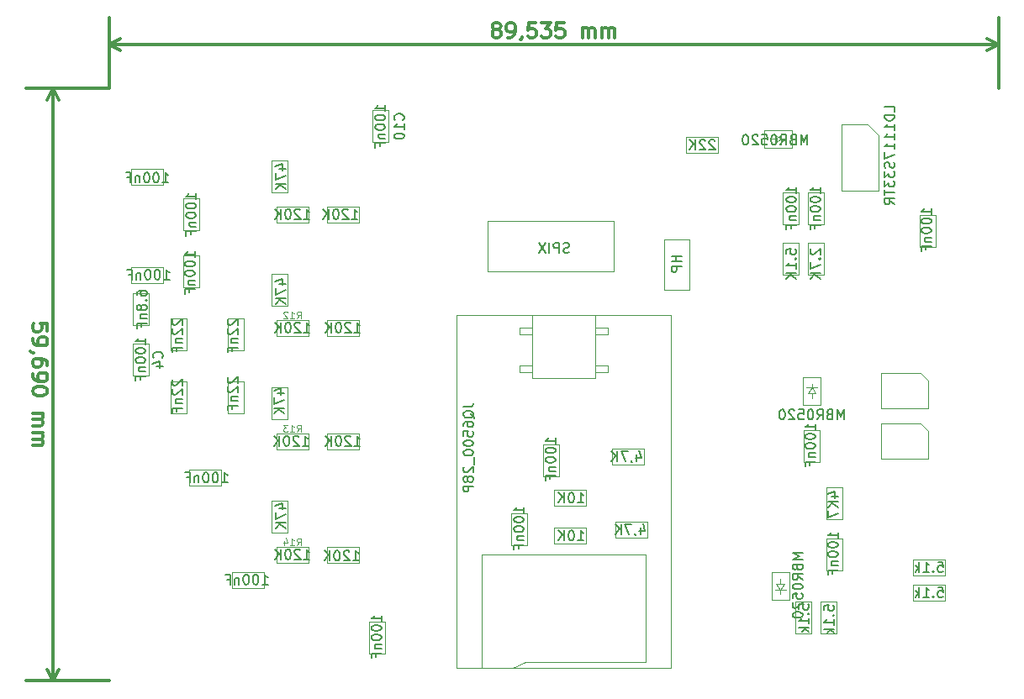
<source format=gbr>
G04 #@! TF.FileFunction,Other,Fab,Bot*
%FSLAX46Y46*%
G04 Gerber Fmt 4.6, Leading zero omitted, Abs format (unit mm)*
G04 Created by KiCad (PCBNEW 4.0.7) date 11/05/17 09:28:58*
%MOMM*%
%LPD*%
G01*
G04 APERTURE LIST*
%ADD10C,0.100000*%
%ADD11C,0.300000*%
%ADD12C,0.120000*%
%ADD13C,0.150000*%
%ADD14C,0.105000*%
G04 APERTURE END LIST*
D10*
D11*
X179016450Y-55905910D02*
X178873592Y-55834481D01*
X178802164Y-55763052D01*
X178730735Y-55620195D01*
X178730735Y-55548767D01*
X178802164Y-55405910D01*
X178873592Y-55334481D01*
X179016450Y-55263052D01*
X179302164Y-55263052D01*
X179445021Y-55334481D01*
X179516450Y-55405910D01*
X179587878Y-55548767D01*
X179587878Y-55620195D01*
X179516450Y-55763052D01*
X179445021Y-55834481D01*
X179302164Y-55905910D01*
X179016450Y-55905910D01*
X178873592Y-55977338D01*
X178802164Y-56048767D01*
X178730735Y-56191624D01*
X178730735Y-56477338D01*
X178802164Y-56620195D01*
X178873592Y-56691624D01*
X179016450Y-56763052D01*
X179302164Y-56763052D01*
X179445021Y-56691624D01*
X179516450Y-56620195D01*
X179587878Y-56477338D01*
X179587878Y-56191624D01*
X179516450Y-56048767D01*
X179445021Y-55977338D01*
X179302164Y-55905910D01*
X180302163Y-56763052D02*
X180587878Y-56763052D01*
X180730735Y-56691624D01*
X180802163Y-56620195D01*
X180945021Y-56405910D01*
X181016449Y-56120195D01*
X181016449Y-55548767D01*
X180945021Y-55405910D01*
X180873592Y-55334481D01*
X180730735Y-55263052D01*
X180445021Y-55263052D01*
X180302163Y-55334481D01*
X180230735Y-55405910D01*
X180159306Y-55548767D01*
X180159306Y-55905910D01*
X180230735Y-56048767D01*
X180302163Y-56120195D01*
X180445021Y-56191624D01*
X180730735Y-56191624D01*
X180873592Y-56120195D01*
X180945021Y-56048767D01*
X181016449Y-55905910D01*
X181730734Y-56691624D02*
X181730734Y-56763052D01*
X181659306Y-56905910D01*
X181587877Y-56977338D01*
X183087878Y-55263052D02*
X182373592Y-55263052D01*
X182302163Y-55977338D01*
X182373592Y-55905910D01*
X182516449Y-55834481D01*
X182873592Y-55834481D01*
X183016449Y-55905910D01*
X183087878Y-55977338D01*
X183159306Y-56120195D01*
X183159306Y-56477338D01*
X183087878Y-56620195D01*
X183016449Y-56691624D01*
X182873592Y-56763052D01*
X182516449Y-56763052D01*
X182373592Y-56691624D01*
X182302163Y-56620195D01*
X183659306Y-55263052D02*
X184587877Y-55263052D01*
X184087877Y-55834481D01*
X184302163Y-55834481D01*
X184445020Y-55905910D01*
X184516449Y-55977338D01*
X184587877Y-56120195D01*
X184587877Y-56477338D01*
X184516449Y-56620195D01*
X184445020Y-56691624D01*
X184302163Y-56763052D01*
X183873591Y-56763052D01*
X183730734Y-56691624D01*
X183659306Y-56620195D01*
X185945020Y-55263052D02*
X185230734Y-55263052D01*
X185159305Y-55977338D01*
X185230734Y-55905910D01*
X185373591Y-55834481D01*
X185730734Y-55834481D01*
X185873591Y-55905910D01*
X185945020Y-55977338D01*
X186016448Y-56120195D01*
X186016448Y-56477338D01*
X185945020Y-56620195D01*
X185873591Y-56691624D01*
X185730734Y-56763052D01*
X185373591Y-56763052D01*
X185230734Y-56691624D01*
X185159305Y-56620195D01*
X187802162Y-56763052D02*
X187802162Y-55763052D01*
X187802162Y-55905910D02*
X187873590Y-55834481D01*
X188016448Y-55763052D01*
X188230733Y-55763052D01*
X188373590Y-55834481D01*
X188445019Y-55977338D01*
X188445019Y-56763052D01*
X188445019Y-55977338D02*
X188516448Y-55834481D01*
X188659305Y-55763052D01*
X188873590Y-55763052D01*
X189016448Y-55834481D01*
X189087876Y-55977338D01*
X189087876Y-56763052D01*
X189802162Y-56763052D02*
X189802162Y-55763052D01*
X189802162Y-55905910D02*
X189873590Y-55834481D01*
X190016448Y-55763052D01*
X190230733Y-55763052D01*
X190373590Y-55834481D01*
X190445019Y-55977338D01*
X190445019Y-56763052D01*
X190445019Y-55977338D02*
X190516448Y-55834481D01*
X190659305Y-55763052D01*
X190873590Y-55763052D01*
X191016448Y-55834481D01*
X191087876Y-55977338D01*
X191087876Y-56763052D01*
X229712520Y-57434481D02*
X140177520Y-57434481D01*
X229712520Y-61879480D02*
X229712520Y-54734481D01*
X140177520Y-61879480D02*
X140177520Y-54734481D01*
X140177520Y-57434481D02*
X141304024Y-56848060D01*
X140177520Y-57434481D02*
X141304024Y-58020902D01*
X229712520Y-57434481D02*
X228586016Y-56848060D01*
X229712520Y-57434481D02*
X228586016Y-58020902D01*
X133933950Y-86295910D02*
X133933950Y-85581624D01*
X133219664Y-85510195D01*
X133291092Y-85581624D01*
X133362521Y-85724481D01*
X133362521Y-86081624D01*
X133291092Y-86224481D01*
X133219664Y-86295910D01*
X133076807Y-86367338D01*
X132719664Y-86367338D01*
X132576807Y-86295910D01*
X132505378Y-86224481D01*
X132433950Y-86081624D01*
X132433950Y-85724481D01*
X132505378Y-85581624D01*
X132576807Y-85510195D01*
X132433950Y-87081623D02*
X132433950Y-87367338D01*
X132505378Y-87510195D01*
X132576807Y-87581623D01*
X132791092Y-87724481D01*
X133076807Y-87795909D01*
X133648235Y-87795909D01*
X133791092Y-87724481D01*
X133862521Y-87653052D01*
X133933950Y-87510195D01*
X133933950Y-87224481D01*
X133862521Y-87081623D01*
X133791092Y-87010195D01*
X133648235Y-86938766D01*
X133291092Y-86938766D01*
X133148235Y-87010195D01*
X133076807Y-87081623D01*
X133005378Y-87224481D01*
X133005378Y-87510195D01*
X133076807Y-87653052D01*
X133148235Y-87724481D01*
X133291092Y-87795909D01*
X132505378Y-88510194D02*
X132433950Y-88510194D01*
X132291092Y-88438766D01*
X132219664Y-88367337D01*
X133933950Y-89795909D02*
X133933950Y-89510195D01*
X133862521Y-89367338D01*
X133791092Y-89295909D01*
X133576807Y-89153052D01*
X133291092Y-89081623D01*
X132719664Y-89081623D01*
X132576807Y-89153052D01*
X132505378Y-89224480D01*
X132433950Y-89367338D01*
X132433950Y-89653052D01*
X132505378Y-89795909D01*
X132576807Y-89867338D01*
X132719664Y-89938766D01*
X133076807Y-89938766D01*
X133219664Y-89867338D01*
X133291092Y-89795909D01*
X133362521Y-89653052D01*
X133362521Y-89367338D01*
X133291092Y-89224480D01*
X133219664Y-89153052D01*
X133076807Y-89081623D01*
X132433950Y-90653051D02*
X132433950Y-90938766D01*
X132505378Y-91081623D01*
X132576807Y-91153051D01*
X132791092Y-91295909D01*
X133076807Y-91367337D01*
X133648235Y-91367337D01*
X133791092Y-91295909D01*
X133862521Y-91224480D01*
X133933950Y-91081623D01*
X133933950Y-90795909D01*
X133862521Y-90653051D01*
X133791092Y-90581623D01*
X133648235Y-90510194D01*
X133291092Y-90510194D01*
X133148235Y-90581623D01*
X133076807Y-90653051D01*
X133005378Y-90795909D01*
X133005378Y-91081623D01*
X133076807Y-91224480D01*
X133148235Y-91295909D01*
X133291092Y-91367337D01*
X133933950Y-92295908D02*
X133933950Y-92438765D01*
X133862521Y-92581622D01*
X133791092Y-92653051D01*
X133648235Y-92724480D01*
X133362521Y-92795908D01*
X133005378Y-92795908D01*
X132719664Y-92724480D01*
X132576807Y-92653051D01*
X132505378Y-92581622D01*
X132433950Y-92438765D01*
X132433950Y-92295908D01*
X132505378Y-92153051D01*
X132576807Y-92081622D01*
X132719664Y-92010194D01*
X133005378Y-91938765D01*
X133362521Y-91938765D01*
X133648235Y-92010194D01*
X133791092Y-92081622D01*
X133862521Y-92153051D01*
X133933950Y-92295908D01*
X132433950Y-94581622D02*
X133433950Y-94581622D01*
X133291092Y-94581622D02*
X133362521Y-94653050D01*
X133433950Y-94795908D01*
X133433950Y-95010193D01*
X133362521Y-95153050D01*
X133219664Y-95224479D01*
X132433950Y-95224479D01*
X133219664Y-95224479D02*
X133362521Y-95295908D01*
X133433950Y-95438765D01*
X133433950Y-95653050D01*
X133362521Y-95795908D01*
X133219664Y-95867336D01*
X132433950Y-95867336D01*
X132433950Y-96581622D02*
X133433950Y-96581622D01*
X133291092Y-96581622D02*
X133362521Y-96653050D01*
X133433950Y-96795908D01*
X133433950Y-97010193D01*
X133362521Y-97153050D01*
X133219664Y-97224479D01*
X132433950Y-97224479D01*
X133219664Y-97224479D02*
X133362521Y-97295908D01*
X133433950Y-97438765D01*
X133433950Y-97653050D01*
X133362521Y-97795908D01*
X133219664Y-97867336D01*
X132433950Y-97867336D01*
X134462521Y-61879480D02*
X134462521Y-121569480D01*
X140177520Y-61879480D02*
X131762521Y-61879480D01*
X140177520Y-121569480D02*
X131762521Y-121569480D01*
X134462521Y-121569480D02*
X133876100Y-120442976D01*
X134462521Y-121569480D02*
X135048942Y-120442976D01*
X134462521Y-61879480D02*
X133876100Y-63005984D01*
X134462521Y-61879480D02*
X135048942Y-63005984D01*
D10*
X212402520Y-105262480D02*
X214002520Y-105262480D01*
X212402520Y-102062480D02*
X212402520Y-105262480D01*
X214002520Y-102062480D02*
X212402520Y-102062480D01*
X214002520Y-105262480D02*
X214002520Y-102062480D01*
X207741520Y-111794480D02*
X207741520Y-111294480D01*
X207341520Y-111794480D02*
X207741520Y-112394480D01*
X208141520Y-111794480D02*
X207341520Y-111794480D01*
X207741520Y-112394480D02*
X208141520Y-111794480D01*
X207741520Y-112394480D02*
X207191520Y-112394480D01*
X207741520Y-112394480D02*
X208291520Y-112394480D01*
X207741520Y-112794480D02*
X207741520Y-112394480D01*
X206841520Y-113444480D02*
X208641520Y-113444480D01*
X206841520Y-110644480D02*
X206841520Y-113444480D01*
X208641520Y-110644480D02*
X206841520Y-110644480D01*
X208641520Y-113444480D02*
X208641520Y-110644480D01*
X194355520Y-107129480D02*
X194355520Y-105529480D01*
X191155520Y-107129480D02*
X194355520Y-107129480D01*
X191155520Y-105529480D02*
X191155520Y-107129480D01*
X194355520Y-105529480D02*
X191155520Y-105529480D01*
X193974520Y-99763480D02*
X193974520Y-98163480D01*
X190774520Y-99763480D02*
X193974520Y-99763480D01*
X190774520Y-98163480D02*
X190774520Y-99763480D01*
X193974520Y-98163480D02*
X190774520Y-98163480D01*
D12*
X222473520Y-94137480D02*
X217901520Y-94137480D01*
X217901520Y-94137480D02*
X217901520Y-90581480D01*
X217901520Y-90581480D02*
X221838520Y-90581480D01*
X221838520Y-90581480D02*
X222600520Y-91343480D01*
X222600520Y-91343480D02*
X222600520Y-94137480D01*
X222600520Y-94137480D02*
X222473520Y-94137480D01*
X194152520Y-108869480D02*
X194152520Y-119664480D01*
X194152520Y-119664480D02*
X182722520Y-119664480D01*
X182722520Y-119664480D02*
X182087520Y-119664480D01*
X182087520Y-119664480D02*
X180817520Y-120299480D01*
X194152520Y-108869480D02*
X177642520Y-108869480D01*
X177642520Y-108869480D02*
X177642520Y-120299480D01*
X189072520Y-89819480D02*
X190342520Y-89819480D01*
X190342520Y-89819480D02*
X190342520Y-90454480D01*
X190342520Y-90454480D02*
X189072520Y-90454480D01*
X182722520Y-89819480D02*
X181452520Y-89819480D01*
X181452520Y-89819480D02*
X181452520Y-90454480D01*
X181452520Y-90454480D02*
X182722520Y-90454480D01*
X182722520Y-86009480D02*
X181452520Y-86009480D01*
X181452520Y-86009480D02*
X181452520Y-86644480D01*
X181452520Y-86644480D02*
X182722520Y-86644480D01*
X189072520Y-86009480D02*
X190342520Y-86009480D01*
X190342520Y-86009480D02*
X190342520Y-86644480D01*
X190342520Y-86644480D02*
X189072520Y-86644480D01*
X189072520Y-84739480D02*
X189072520Y-91089480D01*
X189072520Y-91089480D02*
X182722520Y-91089480D01*
X182722520Y-91089480D02*
X182722520Y-84739480D01*
X196692520Y-120299480D02*
X175102520Y-120299480D01*
X175102520Y-120299480D02*
X175102520Y-84739480D01*
X175102520Y-84739480D02*
X196692520Y-84739480D01*
X196692520Y-84739480D02*
X196692520Y-120299480D01*
D10*
X212402520Y-110469480D02*
X214002520Y-110469480D01*
X212402520Y-107269480D02*
X212402520Y-110469480D01*
X214002520Y-107269480D02*
X212402520Y-107269480D01*
X214002520Y-110469480D02*
X214002520Y-107269480D01*
X184932520Y-102354480D02*
X184932520Y-103954480D01*
X188132520Y-102354480D02*
X184932520Y-102354480D01*
X188132520Y-103954480D02*
X188132520Y-102354480D01*
X184932520Y-103954480D02*
X188132520Y-103954480D01*
X184932520Y-106164480D02*
X184932520Y-107764480D01*
X188132520Y-106164480D02*
X184932520Y-106164480D01*
X188132520Y-107764480D02*
X188132520Y-106164480D01*
X184932520Y-107764480D02*
X188132520Y-107764480D01*
X182252520Y-104729480D02*
X180652520Y-104729480D01*
X182252520Y-107929480D02*
X182252520Y-104729480D01*
X180652520Y-107929480D02*
X182252520Y-107929480D01*
X180652520Y-104729480D02*
X180652520Y-107929480D01*
X185427520Y-97744480D02*
X183827520Y-97744480D01*
X185427520Y-100944480D02*
X185427520Y-97744480D01*
X183827520Y-100944480D02*
X185427520Y-100944480D01*
X183827520Y-97744480D02*
X183827520Y-100944480D01*
X167901520Y-115651480D02*
X166301520Y-115651480D01*
X167901520Y-118851480D02*
X167901520Y-115651480D01*
X166301520Y-118851480D02*
X167901520Y-118851480D01*
X166301520Y-115651480D02*
X166301520Y-118851480D01*
X198267520Y-66794480D02*
X198267520Y-68394480D01*
X201467520Y-66794480D02*
X198267520Y-66794480D01*
X201467520Y-68394480D02*
X201467520Y-66794480D01*
X198267520Y-68394480D02*
X201467520Y-68394480D01*
X151429520Y-101922480D02*
X151429520Y-100322480D01*
X148229520Y-101922480D02*
X151429520Y-101922480D01*
X148229520Y-100322480D02*
X148229520Y-101922480D01*
X151429520Y-100322480D02*
X148229520Y-100322480D01*
X152547520Y-110609480D02*
X152547520Y-112209480D01*
X155747520Y-110609480D02*
X152547520Y-110609480D01*
X155747520Y-112209480D02*
X155747520Y-110609480D01*
X152547520Y-112209480D02*
X155747520Y-112209480D01*
X166682520Y-67289480D02*
X168282520Y-67289480D01*
X166682520Y-64089480D02*
X166682520Y-67289480D01*
X168282520Y-64089480D02*
X166682520Y-64089480D01*
X168282520Y-67289480D02*
X168282520Y-64089480D01*
X198597520Y-77119480D02*
X198597520Y-82199480D01*
X198597520Y-82199480D02*
X196057520Y-82199480D01*
X196057520Y-82199480D02*
X196057520Y-77119480D01*
X196057520Y-77119480D02*
X198597520Y-77119480D01*
X213367520Y-113619480D02*
X211767520Y-113619480D01*
X213367520Y-116819480D02*
X213367520Y-113619480D01*
X211767520Y-116819480D02*
X213367520Y-116819480D01*
X211767520Y-113619480D02*
X211767520Y-116819480D01*
X156522520Y-106659480D02*
X158122520Y-106659480D01*
X156522520Y-103459480D02*
X156522520Y-106659480D01*
X158122520Y-103459480D02*
X156522520Y-103459480D01*
X158122520Y-106659480D02*
X158122520Y-103459480D01*
X156522520Y-72369480D02*
X158122520Y-72369480D01*
X156522520Y-69169480D02*
X156522520Y-72369480D01*
X158122520Y-69169480D02*
X156522520Y-69169480D01*
X158122520Y-72369480D02*
X158122520Y-69169480D01*
X217592520Y-66564480D02*
X216542520Y-65514480D01*
X217592520Y-66564480D02*
X217592520Y-72214480D01*
X216542520Y-65514480D02*
X213892520Y-65514480D01*
X217592520Y-72214480D02*
X213892520Y-72214480D01*
X213892520Y-65514480D02*
X213892520Y-72214480D01*
X153677520Y-85044480D02*
X152077520Y-85044480D01*
X153677520Y-88244480D02*
X153677520Y-85044480D01*
X152077520Y-88244480D02*
X153677520Y-88244480D01*
X152077520Y-85044480D02*
X152077520Y-88244480D01*
X156992520Y-108069480D02*
X156992520Y-109669480D01*
X160192520Y-108069480D02*
X156992520Y-108069480D01*
X160192520Y-109669480D02*
X160192520Y-108069480D01*
X156992520Y-109669480D02*
X160192520Y-109669480D01*
X210497520Y-80624480D02*
X212097520Y-80624480D01*
X210497520Y-77424480D02*
X210497520Y-80624480D01*
X212097520Y-77424480D02*
X210497520Y-77424480D01*
X212097520Y-80624480D02*
X212097520Y-77424480D01*
X207957520Y-80624480D02*
X209557520Y-80624480D01*
X207957520Y-77424480D02*
X207957520Y-80624480D01*
X209557520Y-77424480D02*
X207957520Y-77424480D01*
X209557520Y-80624480D02*
X209557520Y-77424480D01*
X210116520Y-99547480D02*
X211716520Y-99547480D01*
X210116520Y-96347480D02*
X210116520Y-99547480D01*
X211716520Y-96347480D02*
X210116520Y-96347480D01*
X211716520Y-99547480D02*
X211716520Y-96347480D01*
X147632520Y-76179480D02*
X149232520Y-76179480D01*
X147632520Y-72979480D02*
X147632520Y-76179480D01*
X149232520Y-72979480D02*
X147632520Y-72979480D01*
X149232520Y-76179480D02*
X149232520Y-72979480D01*
X152077520Y-94594480D02*
X153677520Y-94594480D01*
X152077520Y-91394480D02*
X152077520Y-94594480D01*
X153677520Y-91394480D02*
X152077520Y-91394480D01*
X153677520Y-94594480D02*
X153677520Y-91394480D01*
X221127520Y-109339480D02*
X221127520Y-110939480D01*
X224327520Y-109339480D02*
X221127520Y-109339480D01*
X224327520Y-110939480D02*
X224327520Y-109339480D01*
X221127520Y-110939480D02*
X224327520Y-110939480D01*
X162072520Y-73779480D02*
X162072520Y-75379480D01*
X165272520Y-73779480D02*
X162072520Y-73779480D01*
X165272520Y-75379480D02*
X165272520Y-73779480D01*
X162072520Y-75379480D02*
X165272520Y-75379480D01*
X212097520Y-72344480D02*
X210497520Y-72344480D01*
X212097520Y-75544480D02*
X212097520Y-72344480D01*
X210497520Y-75544480D02*
X212097520Y-75544480D01*
X210497520Y-72344480D02*
X210497520Y-75544480D01*
X221800520Y-77830480D02*
X223400520Y-77830480D01*
X221800520Y-74630480D02*
X221800520Y-77830480D01*
X223400520Y-74630480D02*
X221800520Y-74630480D01*
X223400520Y-77830480D02*
X223400520Y-74630480D01*
X149232520Y-78694480D02*
X147632520Y-78694480D01*
X149232520Y-81894480D02*
X149232520Y-78694480D01*
X147632520Y-81894480D02*
X149232520Y-81894480D01*
X147632520Y-78694480D02*
X147632520Y-81894480D01*
X145587520Y-81475480D02*
X145587520Y-79875480D01*
X142387520Y-81475480D02*
X145587520Y-81475480D01*
X142387520Y-79875480D02*
X142387520Y-81475480D01*
X145587520Y-79875480D02*
X142387520Y-79875480D01*
X145587520Y-71569480D02*
X145587520Y-69969480D01*
X142387520Y-71569480D02*
X145587520Y-71569480D01*
X142387520Y-69969480D02*
X142387520Y-71569480D01*
X145587520Y-69969480D02*
X142387520Y-69969480D01*
X209557520Y-72344480D02*
X207957520Y-72344480D01*
X209557520Y-75544480D02*
X209557520Y-72344480D01*
X207957520Y-75544480D02*
X209557520Y-75544480D01*
X207957520Y-72344480D02*
X207957520Y-75544480D01*
X210916520Y-92609480D02*
X210916520Y-93109480D01*
X211316520Y-92609480D02*
X210916520Y-92009480D01*
X210516520Y-92609480D02*
X211316520Y-92609480D01*
X210916520Y-92009480D02*
X210516520Y-92609480D01*
X210916520Y-92009480D02*
X211466520Y-92009480D01*
X210916520Y-92009480D02*
X210366520Y-92009480D01*
X210916520Y-91609480D02*
X210916520Y-92009480D01*
X211816520Y-90959480D02*
X210016520Y-90959480D01*
X211816520Y-93759480D02*
X211816520Y-90959480D01*
X210016520Y-93759480D02*
X211816520Y-93759480D01*
X210016520Y-90959480D02*
X210016520Y-93759480D01*
X210827520Y-113619480D02*
X209227520Y-113619480D01*
X210827520Y-116819480D02*
X210827520Y-113619480D01*
X209227520Y-116819480D02*
X210827520Y-116819480D01*
X209227520Y-113619480D02*
X209227520Y-116819480D01*
X221127520Y-111879480D02*
X221127520Y-113479480D01*
X224327520Y-111879480D02*
X221127520Y-111879480D01*
X224327520Y-113479480D02*
X224327520Y-111879480D01*
X221127520Y-113479480D02*
X224327520Y-113479480D01*
X142552520Y-85704480D02*
X144152520Y-85704480D01*
X142552520Y-82504480D02*
X142552520Y-85704480D01*
X144152520Y-82504480D02*
X142552520Y-82504480D01*
X144152520Y-85704480D02*
X144152520Y-82504480D01*
X147962520Y-85044480D02*
X146362520Y-85044480D01*
X147962520Y-88244480D02*
X147962520Y-85044480D01*
X146362520Y-88244480D02*
X147962520Y-88244480D01*
X146362520Y-85044480D02*
X146362520Y-88244480D01*
X146362520Y-94594480D02*
X147962520Y-94594480D01*
X146362520Y-91394480D02*
X146362520Y-94594480D01*
X147962520Y-91394480D02*
X146362520Y-91394480D01*
X147962520Y-94594480D02*
X147962520Y-91394480D01*
X156522520Y-83799480D02*
X158122520Y-83799480D01*
X156522520Y-80599480D02*
X156522520Y-83799480D01*
X158122520Y-80599480D02*
X156522520Y-80599480D01*
X158122520Y-83799480D02*
X158122520Y-80599480D01*
X162072520Y-85209480D02*
X162072520Y-86809480D01*
X165272520Y-85209480D02*
X162072520Y-85209480D01*
X165272520Y-86809480D02*
X165272520Y-85209480D01*
X162072520Y-86809480D02*
X165272520Y-86809480D01*
X156522520Y-95229480D02*
X158122520Y-95229480D01*
X156522520Y-92029480D02*
X156522520Y-95229480D01*
X158122520Y-92029480D02*
X156522520Y-92029480D01*
X158122520Y-95229480D02*
X158122520Y-92029480D01*
X162072520Y-96639480D02*
X162072520Y-98239480D01*
X165272520Y-96639480D02*
X162072520Y-96639480D01*
X165272520Y-98239480D02*
X165272520Y-96639480D01*
X162072520Y-98239480D02*
X165272520Y-98239480D01*
X162072520Y-108069480D02*
X162072520Y-109669480D01*
X165272520Y-108069480D02*
X162072520Y-108069480D01*
X165272520Y-109669480D02*
X165272520Y-108069480D01*
X162072520Y-109669480D02*
X165272520Y-109669480D01*
X156992520Y-73779480D02*
X156992520Y-75379480D01*
X160192520Y-73779480D02*
X156992520Y-73779480D01*
X160192520Y-75379480D02*
X160192520Y-73779480D01*
X156992520Y-75379480D02*
X160192520Y-75379480D01*
X207237520Y-66959480D02*
X206737520Y-66959480D01*
X207237520Y-67359480D02*
X207837520Y-66959480D01*
X207237520Y-66559480D02*
X207237520Y-67359480D01*
X207837520Y-66959480D02*
X207237520Y-66559480D01*
X207837520Y-66959480D02*
X207837520Y-67509480D01*
X207837520Y-66959480D02*
X207837520Y-66409480D01*
X208237520Y-66959480D02*
X207837520Y-66959480D01*
X208887520Y-67859480D02*
X208887520Y-66059480D01*
X206087520Y-67859480D02*
X208887520Y-67859480D01*
X206087520Y-66059480D02*
X206087520Y-67859480D01*
X208887520Y-66059480D02*
X206087520Y-66059480D01*
X156992520Y-85209480D02*
X156992520Y-86809480D01*
X160192520Y-85209480D02*
X156992520Y-85209480D01*
X160192520Y-86809480D02*
X160192520Y-85209480D01*
X156992520Y-86809480D02*
X160192520Y-86809480D01*
X156992520Y-96639480D02*
X156992520Y-98239480D01*
X160192520Y-96639480D02*
X156992520Y-96639480D01*
X160192520Y-98239480D02*
X160192520Y-96639480D01*
X156992520Y-98239480D02*
X160192520Y-98239480D01*
X142552520Y-90784480D02*
X144152520Y-90784480D01*
X142552520Y-87584480D02*
X142552520Y-90784480D01*
X144152520Y-87584480D02*
X142552520Y-87584480D01*
X144152520Y-90784480D02*
X144152520Y-87584480D01*
D12*
X222473520Y-99217480D02*
X217901520Y-99217480D01*
X217901520Y-99217480D02*
X217901520Y-95661480D01*
X217901520Y-95661480D02*
X221838520Y-95661480D01*
X221838520Y-95661480D02*
X222600520Y-96423480D01*
X222600520Y-96423480D02*
X222600520Y-99217480D01*
X222600520Y-99217480D02*
X222473520Y-99217480D01*
D10*
X178277520Y-75214480D02*
X190977520Y-75214480D01*
X190977520Y-75214480D02*
X190977520Y-80294480D01*
X190977520Y-80294480D02*
X178277520Y-80294480D01*
X178277520Y-80294480D02*
X178277520Y-75214480D01*
D13*
X212861234Y-103003766D02*
X213527901Y-103003766D01*
X212480282Y-102765670D02*
X213194568Y-102527575D01*
X213194568Y-103146623D01*
X213527901Y-103527575D02*
X212527901Y-103527575D01*
X213527901Y-104099004D02*
X212956472Y-103670432D01*
X212527901Y-104099004D02*
X213099330Y-103527575D01*
X212527901Y-104432337D02*
X212527901Y-105099004D01*
X213527901Y-104670432D01*
X209971901Y-108679385D02*
X208971901Y-108679385D01*
X209686187Y-109012719D01*
X208971901Y-109346052D01*
X209971901Y-109346052D01*
X209448091Y-110155576D02*
X209495710Y-110298433D01*
X209543330Y-110346052D01*
X209638568Y-110393671D01*
X209781425Y-110393671D01*
X209876663Y-110346052D01*
X209924282Y-110298433D01*
X209971901Y-110203195D01*
X209971901Y-109822242D01*
X208971901Y-109822242D01*
X208971901Y-110155576D01*
X209019520Y-110250814D01*
X209067139Y-110298433D01*
X209162377Y-110346052D01*
X209257615Y-110346052D01*
X209352853Y-110298433D01*
X209400472Y-110250814D01*
X209448091Y-110155576D01*
X209448091Y-109822242D01*
X209971901Y-111393671D02*
X209495710Y-111060337D01*
X209971901Y-110822242D02*
X208971901Y-110822242D01*
X208971901Y-111203195D01*
X209019520Y-111298433D01*
X209067139Y-111346052D01*
X209162377Y-111393671D01*
X209305234Y-111393671D01*
X209400472Y-111346052D01*
X209448091Y-111298433D01*
X209495710Y-111203195D01*
X209495710Y-110822242D01*
X208971901Y-112012718D02*
X208971901Y-112107957D01*
X209019520Y-112203195D01*
X209067139Y-112250814D01*
X209162377Y-112298433D01*
X209352853Y-112346052D01*
X209590949Y-112346052D01*
X209781425Y-112298433D01*
X209876663Y-112250814D01*
X209924282Y-112203195D01*
X209971901Y-112107957D01*
X209971901Y-112012718D01*
X209924282Y-111917480D01*
X209876663Y-111869861D01*
X209781425Y-111822242D01*
X209590949Y-111774623D01*
X209352853Y-111774623D01*
X209162377Y-111822242D01*
X209067139Y-111869861D01*
X209019520Y-111917480D01*
X208971901Y-112012718D01*
X208971901Y-113250814D02*
X208971901Y-112774623D01*
X209448091Y-112727004D01*
X209400472Y-112774623D01*
X209352853Y-112869861D01*
X209352853Y-113107957D01*
X209400472Y-113203195D01*
X209448091Y-113250814D01*
X209543330Y-113298433D01*
X209781425Y-113298433D01*
X209876663Y-113250814D01*
X209924282Y-113203195D01*
X209971901Y-113107957D01*
X209971901Y-112869861D01*
X209924282Y-112774623D01*
X209876663Y-112727004D01*
X209067139Y-113679385D02*
X209019520Y-113727004D01*
X208971901Y-113822242D01*
X208971901Y-114060338D01*
X209019520Y-114155576D01*
X209067139Y-114203195D01*
X209162377Y-114250814D01*
X209257615Y-114250814D01*
X209400472Y-114203195D01*
X209971901Y-113631766D01*
X209971901Y-114250814D01*
X208971901Y-114869861D02*
X208971901Y-114965100D01*
X209019520Y-115060338D01*
X209067139Y-115107957D01*
X209162377Y-115155576D01*
X209352853Y-115203195D01*
X209590949Y-115203195D01*
X209781425Y-115155576D01*
X209876663Y-115107957D01*
X209924282Y-115060338D01*
X209971901Y-114965100D01*
X209971901Y-114869861D01*
X209924282Y-114774623D01*
X209876663Y-114727004D01*
X209781425Y-114679385D01*
X209590949Y-114631766D01*
X209352853Y-114631766D01*
X209162377Y-114679385D01*
X209067139Y-114727004D01*
X209019520Y-114774623D01*
X208971901Y-114869861D01*
X193652329Y-106115194D02*
X193652329Y-106781861D01*
X193890425Y-105734242D02*
X194128520Y-106448528D01*
X193509472Y-106448528D01*
X193080901Y-106734242D02*
X193080901Y-106781861D01*
X193128520Y-106877099D01*
X193176139Y-106924718D01*
X192747568Y-105781861D02*
X192080901Y-105781861D01*
X192509473Y-106781861D01*
X191699949Y-106781861D02*
X191699949Y-105781861D01*
X191128520Y-106781861D02*
X191557092Y-106210432D01*
X191128520Y-105781861D02*
X191699949Y-106353290D01*
X193271329Y-98749194D02*
X193271329Y-99415861D01*
X193509425Y-98368242D02*
X193747520Y-99082528D01*
X193128472Y-99082528D01*
X192699901Y-99368242D02*
X192699901Y-99415861D01*
X192747520Y-99511099D01*
X192795139Y-99558718D01*
X192366568Y-98415861D02*
X191699901Y-98415861D01*
X192128473Y-99415861D01*
X191318949Y-99415861D02*
X191318949Y-98415861D01*
X190747520Y-99415861D02*
X191176092Y-98844432D01*
X190747520Y-98415861D02*
X191318949Y-98987290D01*
X175824901Y-93955433D02*
X176539187Y-93955433D01*
X176682044Y-93907813D01*
X176777282Y-93812575D01*
X176824901Y-93669718D01*
X176824901Y-93574480D01*
X176920139Y-95098290D02*
X176872520Y-95003052D01*
X176777282Y-94907814D01*
X176634425Y-94764957D01*
X176586806Y-94669718D01*
X176586806Y-94574480D01*
X176824901Y-94622099D02*
X176777282Y-94526861D01*
X176682044Y-94431623D01*
X176491568Y-94384004D01*
X176158234Y-94384004D01*
X175967758Y-94431623D01*
X175872520Y-94526861D01*
X175824901Y-94622099D01*
X175824901Y-94812576D01*
X175872520Y-94907814D01*
X175967758Y-95003052D01*
X176158234Y-95050671D01*
X176491568Y-95050671D01*
X176682044Y-95003052D01*
X176777282Y-94907814D01*
X176824901Y-94812576D01*
X176824901Y-94622099D01*
X175824901Y-95907814D02*
X175824901Y-95717337D01*
X175872520Y-95622099D01*
X175920139Y-95574480D01*
X176062996Y-95479242D01*
X176253472Y-95431623D01*
X176634425Y-95431623D01*
X176729663Y-95479242D01*
X176777282Y-95526861D01*
X176824901Y-95622099D01*
X176824901Y-95812576D01*
X176777282Y-95907814D01*
X176729663Y-95955433D01*
X176634425Y-96003052D01*
X176396330Y-96003052D01*
X176301091Y-95955433D01*
X176253472Y-95907814D01*
X176205853Y-95812576D01*
X176205853Y-95622099D01*
X176253472Y-95526861D01*
X176301091Y-95479242D01*
X176396330Y-95431623D01*
X175824901Y-96907814D02*
X175824901Y-96431623D01*
X176301091Y-96384004D01*
X176253472Y-96431623D01*
X176205853Y-96526861D01*
X176205853Y-96764957D01*
X176253472Y-96860195D01*
X176301091Y-96907814D01*
X176396330Y-96955433D01*
X176634425Y-96955433D01*
X176729663Y-96907814D01*
X176777282Y-96860195D01*
X176824901Y-96764957D01*
X176824901Y-96526861D01*
X176777282Y-96431623D01*
X176729663Y-96384004D01*
X175824901Y-97574480D02*
X175824901Y-97669719D01*
X175872520Y-97764957D01*
X175920139Y-97812576D01*
X176015377Y-97860195D01*
X176205853Y-97907814D01*
X176443949Y-97907814D01*
X176634425Y-97860195D01*
X176729663Y-97812576D01*
X176777282Y-97764957D01*
X176824901Y-97669719D01*
X176824901Y-97574480D01*
X176777282Y-97479242D01*
X176729663Y-97431623D01*
X176634425Y-97384004D01*
X176443949Y-97336385D01*
X176205853Y-97336385D01*
X176015377Y-97384004D01*
X175920139Y-97431623D01*
X175872520Y-97479242D01*
X175824901Y-97574480D01*
X175824901Y-98526861D02*
X175824901Y-98622100D01*
X175872520Y-98717338D01*
X175920139Y-98764957D01*
X176015377Y-98812576D01*
X176205853Y-98860195D01*
X176443949Y-98860195D01*
X176634425Y-98812576D01*
X176729663Y-98764957D01*
X176777282Y-98717338D01*
X176824901Y-98622100D01*
X176824901Y-98526861D01*
X176777282Y-98431623D01*
X176729663Y-98384004D01*
X176634425Y-98336385D01*
X176443949Y-98288766D01*
X176205853Y-98288766D01*
X176015377Y-98336385D01*
X175920139Y-98384004D01*
X175872520Y-98431623D01*
X175824901Y-98526861D01*
X176920139Y-99050671D02*
X176920139Y-99812576D01*
X175920139Y-100003052D02*
X175872520Y-100050671D01*
X175824901Y-100145909D01*
X175824901Y-100384005D01*
X175872520Y-100479243D01*
X175920139Y-100526862D01*
X176015377Y-100574481D01*
X176110615Y-100574481D01*
X176253472Y-100526862D01*
X176824901Y-99955433D01*
X176824901Y-100574481D01*
X176253472Y-101145909D02*
X176205853Y-101050671D01*
X176158234Y-101003052D01*
X176062996Y-100955433D01*
X176015377Y-100955433D01*
X175920139Y-101003052D01*
X175872520Y-101050671D01*
X175824901Y-101145909D01*
X175824901Y-101336386D01*
X175872520Y-101431624D01*
X175920139Y-101479243D01*
X176015377Y-101526862D01*
X176062996Y-101526862D01*
X176158234Y-101479243D01*
X176205853Y-101431624D01*
X176253472Y-101336386D01*
X176253472Y-101145909D01*
X176301091Y-101050671D01*
X176348710Y-101003052D01*
X176443949Y-100955433D01*
X176634425Y-100955433D01*
X176729663Y-101003052D01*
X176777282Y-101050671D01*
X176824901Y-101145909D01*
X176824901Y-101336386D01*
X176777282Y-101431624D01*
X176729663Y-101479243D01*
X176634425Y-101526862D01*
X176443949Y-101526862D01*
X176348710Y-101479243D01*
X176301091Y-101431624D01*
X176253472Y-101336386D01*
X176824901Y-101955433D02*
X175824901Y-101955433D01*
X175824901Y-102336386D01*
X175872520Y-102431624D01*
X175920139Y-102479243D01*
X176015377Y-102526862D01*
X176158234Y-102526862D01*
X176253472Y-102479243D01*
X176301091Y-102431624D01*
X176348710Y-102336386D01*
X176348710Y-101955433D01*
X213527901Y-107194861D02*
X213527901Y-106623432D01*
X213527901Y-106909146D02*
X212527901Y-106909146D01*
X212670758Y-106813908D01*
X212765996Y-106718670D01*
X212813615Y-106623432D01*
X212527901Y-107813908D02*
X212527901Y-107909147D01*
X212575520Y-108004385D01*
X212623139Y-108052004D01*
X212718377Y-108099623D01*
X212908853Y-108147242D01*
X213146949Y-108147242D01*
X213337425Y-108099623D01*
X213432663Y-108052004D01*
X213480282Y-108004385D01*
X213527901Y-107909147D01*
X213527901Y-107813908D01*
X213480282Y-107718670D01*
X213432663Y-107671051D01*
X213337425Y-107623432D01*
X213146949Y-107575813D01*
X212908853Y-107575813D01*
X212718377Y-107623432D01*
X212623139Y-107671051D01*
X212575520Y-107718670D01*
X212527901Y-107813908D01*
X212527901Y-108766289D02*
X212527901Y-108861528D01*
X212575520Y-108956766D01*
X212623139Y-109004385D01*
X212718377Y-109052004D01*
X212908853Y-109099623D01*
X213146949Y-109099623D01*
X213337425Y-109052004D01*
X213432663Y-109004385D01*
X213480282Y-108956766D01*
X213527901Y-108861528D01*
X213527901Y-108766289D01*
X213480282Y-108671051D01*
X213432663Y-108623432D01*
X213337425Y-108575813D01*
X213146949Y-108528194D01*
X212908853Y-108528194D01*
X212718377Y-108575813D01*
X212623139Y-108623432D01*
X212575520Y-108671051D01*
X212527901Y-108766289D01*
X212861234Y-109528194D02*
X213527901Y-109528194D01*
X212956472Y-109528194D02*
X212908853Y-109575813D01*
X212861234Y-109671051D01*
X212861234Y-109813909D01*
X212908853Y-109909147D01*
X213004091Y-109956766D01*
X213527901Y-109956766D01*
X213004091Y-110766290D02*
X213004091Y-110432956D01*
X213527901Y-110432956D02*
X212527901Y-110432956D01*
X212527901Y-110909147D01*
X187349996Y-103606861D02*
X187921425Y-103606861D01*
X187635711Y-103606861D02*
X187635711Y-102606861D01*
X187730949Y-102749718D01*
X187826187Y-102844956D01*
X187921425Y-102892575D01*
X186730949Y-102606861D02*
X186635710Y-102606861D01*
X186540472Y-102654480D01*
X186492853Y-102702099D01*
X186445234Y-102797337D01*
X186397615Y-102987813D01*
X186397615Y-103225909D01*
X186445234Y-103416385D01*
X186492853Y-103511623D01*
X186540472Y-103559242D01*
X186635710Y-103606861D01*
X186730949Y-103606861D01*
X186826187Y-103559242D01*
X186873806Y-103511623D01*
X186921425Y-103416385D01*
X186969044Y-103225909D01*
X186969044Y-102987813D01*
X186921425Y-102797337D01*
X186873806Y-102702099D01*
X186826187Y-102654480D01*
X186730949Y-102606861D01*
X185969044Y-103606861D02*
X185969044Y-102606861D01*
X185397615Y-103606861D02*
X185826187Y-103035432D01*
X185397615Y-102606861D02*
X185969044Y-103178290D01*
X187349996Y-107416861D02*
X187921425Y-107416861D01*
X187635711Y-107416861D02*
X187635711Y-106416861D01*
X187730949Y-106559718D01*
X187826187Y-106654956D01*
X187921425Y-106702575D01*
X186730949Y-106416861D02*
X186635710Y-106416861D01*
X186540472Y-106464480D01*
X186492853Y-106512099D01*
X186445234Y-106607337D01*
X186397615Y-106797813D01*
X186397615Y-107035909D01*
X186445234Y-107226385D01*
X186492853Y-107321623D01*
X186540472Y-107369242D01*
X186635710Y-107416861D01*
X186730949Y-107416861D01*
X186826187Y-107369242D01*
X186873806Y-107321623D01*
X186921425Y-107226385D01*
X186969044Y-107035909D01*
X186969044Y-106797813D01*
X186921425Y-106607337D01*
X186873806Y-106512099D01*
X186826187Y-106464480D01*
X186730949Y-106416861D01*
X185969044Y-107416861D02*
X185969044Y-106416861D01*
X185397615Y-107416861D02*
X185826187Y-106845432D01*
X185397615Y-106416861D02*
X185969044Y-106988290D01*
X181904901Y-104654861D02*
X181904901Y-104083432D01*
X181904901Y-104369146D02*
X180904901Y-104369146D01*
X181047758Y-104273908D01*
X181142996Y-104178670D01*
X181190615Y-104083432D01*
X180904901Y-105273908D02*
X180904901Y-105369147D01*
X180952520Y-105464385D01*
X181000139Y-105512004D01*
X181095377Y-105559623D01*
X181285853Y-105607242D01*
X181523949Y-105607242D01*
X181714425Y-105559623D01*
X181809663Y-105512004D01*
X181857282Y-105464385D01*
X181904901Y-105369147D01*
X181904901Y-105273908D01*
X181857282Y-105178670D01*
X181809663Y-105131051D01*
X181714425Y-105083432D01*
X181523949Y-105035813D01*
X181285853Y-105035813D01*
X181095377Y-105083432D01*
X181000139Y-105131051D01*
X180952520Y-105178670D01*
X180904901Y-105273908D01*
X180904901Y-106226289D02*
X180904901Y-106321528D01*
X180952520Y-106416766D01*
X181000139Y-106464385D01*
X181095377Y-106512004D01*
X181285853Y-106559623D01*
X181523949Y-106559623D01*
X181714425Y-106512004D01*
X181809663Y-106464385D01*
X181857282Y-106416766D01*
X181904901Y-106321528D01*
X181904901Y-106226289D01*
X181857282Y-106131051D01*
X181809663Y-106083432D01*
X181714425Y-106035813D01*
X181523949Y-105988194D01*
X181285853Y-105988194D01*
X181095377Y-106035813D01*
X181000139Y-106083432D01*
X180952520Y-106131051D01*
X180904901Y-106226289D01*
X181238234Y-106988194D02*
X181904901Y-106988194D01*
X181333472Y-106988194D02*
X181285853Y-107035813D01*
X181238234Y-107131051D01*
X181238234Y-107273909D01*
X181285853Y-107369147D01*
X181381091Y-107416766D01*
X181904901Y-107416766D01*
X181381091Y-108226290D02*
X181381091Y-107892956D01*
X181904901Y-107892956D02*
X180904901Y-107892956D01*
X180904901Y-108369147D01*
X185079901Y-97669861D02*
X185079901Y-97098432D01*
X185079901Y-97384146D02*
X184079901Y-97384146D01*
X184222758Y-97288908D01*
X184317996Y-97193670D01*
X184365615Y-97098432D01*
X184079901Y-98288908D02*
X184079901Y-98384147D01*
X184127520Y-98479385D01*
X184175139Y-98527004D01*
X184270377Y-98574623D01*
X184460853Y-98622242D01*
X184698949Y-98622242D01*
X184889425Y-98574623D01*
X184984663Y-98527004D01*
X185032282Y-98479385D01*
X185079901Y-98384147D01*
X185079901Y-98288908D01*
X185032282Y-98193670D01*
X184984663Y-98146051D01*
X184889425Y-98098432D01*
X184698949Y-98050813D01*
X184460853Y-98050813D01*
X184270377Y-98098432D01*
X184175139Y-98146051D01*
X184127520Y-98193670D01*
X184079901Y-98288908D01*
X184079901Y-99241289D02*
X184079901Y-99336528D01*
X184127520Y-99431766D01*
X184175139Y-99479385D01*
X184270377Y-99527004D01*
X184460853Y-99574623D01*
X184698949Y-99574623D01*
X184889425Y-99527004D01*
X184984663Y-99479385D01*
X185032282Y-99431766D01*
X185079901Y-99336528D01*
X185079901Y-99241289D01*
X185032282Y-99146051D01*
X184984663Y-99098432D01*
X184889425Y-99050813D01*
X184698949Y-99003194D01*
X184460853Y-99003194D01*
X184270377Y-99050813D01*
X184175139Y-99098432D01*
X184127520Y-99146051D01*
X184079901Y-99241289D01*
X184413234Y-100003194D02*
X185079901Y-100003194D01*
X184508472Y-100003194D02*
X184460853Y-100050813D01*
X184413234Y-100146051D01*
X184413234Y-100288909D01*
X184460853Y-100384147D01*
X184556091Y-100431766D01*
X185079901Y-100431766D01*
X184556091Y-101241290D02*
X184556091Y-100907956D01*
X185079901Y-100907956D02*
X184079901Y-100907956D01*
X184079901Y-101384147D01*
X167553901Y-115576861D02*
X167553901Y-115005432D01*
X167553901Y-115291146D02*
X166553901Y-115291146D01*
X166696758Y-115195908D01*
X166791996Y-115100670D01*
X166839615Y-115005432D01*
X166553901Y-116195908D02*
X166553901Y-116291147D01*
X166601520Y-116386385D01*
X166649139Y-116434004D01*
X166744377Y-116481623D01*
X166934853Y-116529242D01*
X167172949Y-116529242D01*
X167363425Y-116481623D01*
X167458663Y-116434004D01*
X167506282Y-116386385D01*
X167553901Y-116291147D01*
X167553901Y-116195908D01*
X167506282Y-116100670D01*
X167458663Y-116053051D01*
X167363425Y-116005432D01*
X167172949Y-115957813D01*
X166934853Y-115957813D01*
X166744377Y-116005432D01*
X166649139Y-116053051D01*
X166601520Y-116100670D01*
X166553901Y-116195908D01*
X166553901Y-117148289D02*
X166553901Y-117243528D01*
X166601520Y-117338766D01*
X166649139Y-117386385D01*
X166744377Y-117434004D01*
X166934853Y-117481623D01*
X167172949Y-117481623D01*
X167363425Y-117434004D01*
X167458663Y-117386385D01*
X167506282Y-117338766D01*
X167553901Y-117243528D01*
X167553901Y-117148289D01*
X167506282Y-117053051D01*
X167458663Y-117005432D01*
X167363425Y-116957813D01*
X167172949Y-116910194D01*
X166934853Y-116910194D01*
X166744377Y-116957813D01*
X166649139Y-117005432D01*
X166601520Y-117053051D01*
X166553901Y-117148289D01*
X166887234Y-117910194D02*
X167553901Y-117910194D01*
X166982472Y-117910194D02*
X166934853Y-117957813D01*
X166887234Y-118053051D01*
X166887234Y-118195909D01*
X166934853Y-118291147D01*
X167030091Y-118338766D01*
X167553901Y-118338766D01*
X167030091Y-119148290D02*
X167030091Y-118814956D01*
X167553901Y-118814956D02*
X166553901Y-118814956D01*
X166553901Y-119291147D01*
X201129425Y-67142099D02*
X201081806Y-67094480D01*
X200986568Y-67046861D01*
X200748472Y-67046861D01*
X200653234Y-67094480D01*
X200605615Y-67142099D01*
X200557996Y-67237337D01*
X200557996Y-67332575D01*
X200605615Y-67475432D01*
X201177044Y-68046861D01*
X200557996Y-68046861D01*
X200177044Y-67142099D02*
X200129425Y-67094480D01*
X200034187Y-67046861D01*
X199796091Y-67046861D01*
X199700853Y-67094480D01*
X199653234Y-67142099D01*
X199605615Y-67237337D01*
X199605615Y-67332575D01*
X199653234Y-67475432D01*
X200224663Y-68046861D01*
X199605615Y-68046861D01*
X199177044Y-68046861D02*
X199177044Y-67046861D01*
X198605615Y-68046861D02*
X199034187Y-67475432D01*
X198605615Y-67046861D02*
X199177044Y-67618290D01*
X151504139Y-101574861D02*
X152075568Y-101574861D01*
X151789854Y-101574861D02*
X151789854Y-100574861D01*
X151885092Y-100717718D01*
X151980330Y-100812956D01*
X152075568Y-100860575D01*
X150885092Y-100574861D02*
X150789853Y-100574861D01*
X150694615Y-100622480D01*
X150646996Y-100670099D01*
X150599377Y-100765337D01*
X150551758Y-100955813D01*
X150551758Y-101193909D01*
X150599377Y-101384385D01*
X150646996Y-101479623D01*
X150694615Y-101527242D01*
X150789853Y-101574861D01*
X150885092Y-101574861D01*
X150980330Y-101527242D01*
X151027949Y-101479623D01*
X151075568Y-101384385D01*
X151123187Y-101193909D01*
X151123187Y-100955813D01*
X151075568Y-100765337D01*
X151027949Y-100670099D01*
X150980330Y-100622480D01*
X150885092Y-100574861D01*
X149932711Y-100574861D02*
X149837472Y-100574861D01*
X149742234Y-100622480D01*
X149694615Y-100670099D01*
X149646996Y-100765337D01*
X149599377Y-100955813D01*
X149599377Y-101193909D01*
X149646996Y-101384385D01*
X149694615Y-101479623D01*
X149742234Y-101527242D01*
X149837472Y-101574861D01*
X149932711Y-101574861D01*
X150027949Y-101527242D01*
X150075568Y-101479623D01*
X150123187Y-101384385D01*
X150170806Y-101193909D01*
X150170806Y-100955813D01*
X150123187Y-100765337D01*
X150075568Y-100670099D01*
X150027949Y-100622480D01*
X149932711Y-100574861D01*
X149170806Y-100908194D02*
X149170806Y-101574861D01*
X149170806Y-101003432D02*
X149123187Y-100955813D01*
X149027949Y-100908194D01*
X148885091Y-100908194D01*
X148789853Y-100955813D01*
X148742234Y-101051051D01*
X148742234Y-101574861D01*
X147932710Y-101051051D02*
X148266044Y-101051051D01*
X148266044Y-101574861D02*
X148266044Y-100574861D01*
X147789853Y-100574861D01*
X155568139Y-111861861D02*
X156139568Y-111861861D01*
X155853854Y-111861861D02*
X155853854Y-110861861D01*
X155949092Y-111004718D01*
X156044330Y-111099956D01*
X156139568Y-111147575D01*
X154949092Y-110861861D02*
X154853853Y-110861861D01*
X154758615Y-110909480D01*
X154710996Y-110957099D01*
X154663377Y-111052337D01*
X154615758Y-111242813D01*
X154615758Y-111480909D01*
X154663377Y-111671385D01*
X154710996Y-111766623D01*
X154758615Y-111814242D01*
X154853853Y-111861861D01*
X154949092Y-111861861D01*
X155044330Y-111814242D01*
X155091949Y-111766623D01*
X155139568Y-111671385D01*
X155187187Y-111480909D01*
X155187187Y-111242813D01*
X155139568Y-111052337D01*
X155091949Y-110957099D01*
X155044330Y-110909480D01*
X154949092Y-110861861D01*
X153996711Y-110861861D02*
X153901472Y-110861861D01*
X153806234Y-110909480D01*
X153758615Y-110957099D01*
X153710996Y-111052337D01*
X153663377Y-111242813D01*
X153663377Y-111480909D01*
X153710996Y-111671385D01*
X153758615Y-111766623D01*
X153806234Y-111814242D01*
X153901472Y-111861861D01*
X153996711Y-111861861D01*
X154091949Y-111814242D01*
X154139568Y-111766623D01*
X154187187Y-111671385D01*
X154234806Y-111480909D01*
X154234806Y-111242813D01*
X154187187Y-111052337D01*
X154139568Y-110957099D01*
X154091949Y-110909480D01*
X153996711Y-110861861D01*
X153234806Y-111195194D02*
X153234806Y-111861861D01*
X153234806Y-111290432D02*
X153187187Y-111242813D01*
X153091949Y-111195194D01*
X152949091Y-111195194D01*
X152853853Y-111242813D01*
X152806234Y-111338051D01*
X152806234Y-111861861D01*
X151996710Y-111338051D02*
X152330044Y-111338051D01*
X152330044Y-111861861D02*
X152330044Y-110861861D01*
X151853853Y-110861861D01*
X167934901Y-64141861D02*
X167934901Y-63570432D01*
X167934901Y-63856146D02*
X166934901Y-63856146D01*
X167077758Y-63760908D01*
X167172996Y-63665670D01*
X167220615Y-63570432D01*
X166934901Y-64760908D02*
X166934901Y-64856147D01*
X166982520Y-64951385D01*
X167030139Y-64999004D01*
X167125377Y-65046623D01*
X167315853Y-65094242D01*
X167553949Y-65094242D01*
X167744425Y-65046623D01*
X167839663Y-64999004D01*
X167887282Y-64951385D01*
X167934901Y-64856147D01*
X167934901Y-64760908D01*
X167887282Y-64665670D01*
X167839663Y-64618051D01*
X167744425Y-64570432D01*
X167553949Y-64522813D01*
X167315853Y-64522813D01*
X167125377Y-64570432D01*
X167030139Y-64618051D01*
X166982520Y-64665670D01*
X166934901Y-64760908D01*
X166934901Y-65713289D02*
X166934901Y-65808528D01*
X166982520Y-65903766D01*
X167030139Y-65951385D01*
X167125377Y-65999004D01*
X167315853Y-66046623D01*
X167553949Y-66046623D01*
X167744425Y-65999004D01*
X167839663Y-65951385D01*
X167887282Y-65903766D01*
X167934901Y-65808528D01*
X167934901Y-65713289D01*
X167887282Y-65618051D01*
X167839663Y-65570432D01*
X167744425Y-65522813D01*
X167553949Y-65475194D01*
X167315853Y-65475194D01*
X167125377Y-65522813D01*
X167030139Y-65570432D01*
X166982520Y-65618051D01*
X166934901Y-65713289D01*
X167268234Y-66475194D02*
X167934901Y-66475194D01*
X167363472Y-66475194D02*
X167315853Y-66522813D01*
X167268234Y-66618051D01*
X167268234Y-66760909D01*
X167315853Y-66856147D01*
X167411091Y-66903766D01*
X167934901Y-66903766D01*
X167411091Y-67713290D02*
X167411091Y-67379956D01*
X167934901Y-67379956D02*
X166934901Y-67379956D01*
X166934901Y-67856147D01*
X169744663Y-65046623D02*
X169792282Y-64999004D01*
X169839901Y-64856147D01*
X169839901Y-64760909D01*
X169792282Y-64618051D01*
X169697044Y-64522813D01*
X169601806Y-64475194D01*
X169411330Y-64427575D01*
X169268472Y-64427575D01*
X169077996Y-64475194D01*
X168982758Y-64522813D01*
X168887520Y-64618051D01*
X168839901Y-64760909D01*
X168839901Y-64856147D01*
X168887520Y-64999004D01*
X168935139Y-65046623D01*
X169839901Y-65999004D02*
X169839901Y-65427575D01*
X169839901Y-65713289D02*
X168839901Y-65713289D01*
X168982758Y-65618051D01*
X169077996Y-65522813D01*
X169125615Y-65427575D01*
X168839901Y-66618051D02*
X168839901Y-66713290D01*
X168887520Y-66808528D01*
X168935139Y-66856147D01*
X169030377Y-66903766D01*
X169220853Y-66951385D01*
X169458949Y-66951385D01*
X169649425Y-66903766D01*
X169744663Y-66856147D01*
X169792282Y-66808528D01*
X169839901Y-66713290D01*
X169839901Y-66618051D01*
X169792282Y-66522813D01*
X169744663Y-66475194D01*
X169649425Y-66427575D01*
X169458949Y-66379956D01*
X169220853Y-66379956D01*
X169030377Y-66427575D01*
X168935139Y-66475194D01*
X168887520Y-66522813D01*
X168839901Y-66618051D01*
X197779901Y-78746766D02*
X196779901Y-78746766D01*
X197256091Y-78746766D02*
X197256091Y-79318195D01*
X197779901Y-79318195D02*
X196779901Y-79318195D01*
X197779901Y-79794385D02*
X196779901Y-79794385D01*
X196779901Y-80175338D01*
X196827520Y-80270576D01*
X196875139Y-80318195D01*
X196970377Y-80365814D01*
X197113234Y-80365814D01*
X197208472Y-80318195D01*
X197256091Y-80270576D01*
X197303710Y-80175338D01*
X197303710Y-79794385D01*
X212146901Y-114465528D02*
X212146901Y-113989337D01*
X212623091Y-113941718D01*
X212575472Y-113989337D01*
X212527853Y-114084575D01*
X212527853Y-114322671D01*
X212575472Y-114417909D01*
X212623091Y-114465528D01*
X212718330Y-114513147D01*
X212956425Y-114513147D01*
X213051663Y-114465528D01*
X213099282Y-114417909D01*
X213146901Y-114322671D01*
X213146901Y-114084575D01*
X213099282Y-113989337D01*
X213051663Y-113941718D01*
X213051663Y-114941718D02*
X213099282Y-114989337D01*
X213146901Y-114941718D01*
X213099282Y-114894099D01*
X213051663Y-114941718D01*
X213146901Y-114941718D01*
X213146901Y-115941718D02*
X213146901Y-115370289D01*
X213146901Y-115656003D02*
X212146901Y-115656003D01*
X212289758Y-115560765D01*
X212384996Y-115465527D01*
X212432615Y-115370289D01*
X213146901Y-116370289D02*
X212146901Y-116370289D01*
X212765949Y-116465527D02*
X213146901Y-116751242D01*
X212480234Y-116751242D02*
X212861187Y-116370289D01*
X157235234Y-104146766D02*
X157901901Y-104146766D01*
X156854282Y-103908670D02*
X157568568Y-103670575D01*
X157568568Y-104289623D01*
X156901901Y-104575337D02*
X156901901Y-105242004D01*
X157901901Y-104813432D01*
X157901901Y-105622956D02*
X156901901Y-105622956D01*
X157901901Y-106194385D02*
X157330472Y-105765813D01*
X156901901Y-106194385D02*
X157473330Y-105622956D01*
X157235234Y-69983766D02*
X157901901Y-69983766D01*
X156854282Y-69745670D02*
X157568568Y-69507575D01*
X157568568Y-70126623D01*
X156901901Y-70412337D02*
X156901901Y-71079004D01*
X157901901Y-70650432D01*
X157901901Y-71459956D02*
X156901901Y-71459956D01*
X157901901Y-72031385D02*
X157330472Y-71602813D01*
X156901901Y-72031385D02*
X157473330Y-71459956D01*
X219242901Y-64205718D02*
X219242901Y-63729527D01*
X218242901Y-63729527D01*
X219242901Y-64539051D02*
X218242901Y-64539051D01*
X218242901Y-64777146D01*
X218290520Y-64920004D01*
X218385758Y-65015242D01*
X218480996Y-65062861D01*
X218671472Y-65110480D01*
X218814330Y-65110480D01*
X219004806Y-65062861D01*
X219100044Y-65015242D01*
X219195282Y-64920004D01*
X219242901Y-64777146D01*
X219242901Y-64539051D01*
X219242901Y-66062861D02*
X219242901Y-65491432D01*
X219242901Y-65777146D02*
X218242901Y-65777146D01*
X218385758Y-65681908D01*
X218480996Y-65586670D01*
X218528615Y-65491432D01*
X219242901Y-67015242D02*
X219242901Y-66443813D01*
X219242901Y-66729527D02*
X218242901Y-66729527D01*
X218385758Y-66634289D01*
X218480996Y-66539051D01*
X218528615Y-66443813D01*
X219242901Y-67967623D02*
X219242901Y-67396194D01*
X219242901Y-67681908D02*
X218242901Y-67681908D01*
X218385758Y-67586670D01*
X218480996Y-67491432D01*
X218528615Y-67396194D01*
X218242901Y-68300956D02*
X218242901Y-68967623D01*
X219242901Y-68539051D01*
X219195282Y-69300956D02*
X219242901Y-69443813D01*
X219242901Y-69681909D01*
X219195282Y-69777147D01*
X219147663Y-69824766D01*
X219052425Y-69872385D01*
X218957187Y-69872385D01*
X218861949Y-69824766D01*
X218814330Y-69777147D01*
X218766710Y-69681909D01*
X218719091Y-69491432D01*
X218671472Y-69396194D01*
X218623853Y-69348575D01*
X218528615Y-69300956D01*
X218433377Y-69300956D01*
X218338139Y-69348575D01*
X218290520Y-69396194D01*
X218242901Y-69491432D01*
X218242901Y-69729528D01*
X218290520Y-69872385D01*
X218242901Y-70205718D02*
X218242901Y-70824766D01*
X218623853Y-70491432D01*
X218623853Y-70634290D01*
X218671472Y-70729528D01*
X218719091Y-70777147D01*
X218814330Y-70824766D01*
X219052425Y-70824766D01*
X219147663Y-70777147D01*
X219195282Y-70729528D01*
X219242901Y-70634290D01*
X219242901Y-70348575D01*
X219195282Y-70253337D01*
X219147663Y-70205718D01*
X218242901Y-71158099D02*
X218242901Y-71777147D01*
X218623853Y-71443813D01*
X218623853Y-71586671D01*
X218671472Y-71681909D01*
X218719091Y-71729528D01*
X218814330Y-71777147D01*
X219052425Y-71777147D01*
X219147663Y-71729528D01*
X219195282Y-71681909D01*
X219242901Y-71586671D01*
X219242901Y-71300956D01*
X219195282Y-71205718D01*
X219147663Y-71158099D01*
X218242901Y-72062861D02*
X218242901Y-72634290D01*
X219242901Y-72348575D02*
X218242901Y-72348575D01*
X219242901Y-73539052D02*
X218766710Y-73205718D01*
X219242901Y-72967623D02*
X218242901Y-72967623D01*
X218242901Y-73348576D01*
X218290520Y-73443814D01*
X218338139Y-73491433D01*
X218433377Y-73539052D01*
X218576234Y-73539052D01*
X218671472Y-73491433D01*
X218719091Y-73443814D01*
X218766710Y-73348576D01*
X218766710Y-72967623D01*
X152171139Y-85128623D02*
X152123520Y-85176242D01*
X152075901Y-85271480D01*
X152075901Y-85509576D01*
X152123520Y-85604814D01*
X152171139Y-85652433D01*
X152266377Y-85700052D01*
X152361615Y-85700052D01*
X152504472Y-85652433D01*
X153075901Y-85081004D01*
X153075901Y-85700052D01*
X152171139Y-86081004D02*
X152123520Y-86128623D01*
X152075901Y-86223861D01*
X152075901Y-86461957D01*
X152123520Y-86557195D01*
X152171139Y-86604814D01*
X152266377Y-86652433D01*
X152361615Y-86652433D01*
X152504472Y-86604814D01*
X153075901Y-86033385D01*
X153075901Y-86652433D01*
X152409234Y-87081004D02*
X153075901Y-87081004D01*
X152504472Y-87081004D02*
X152456853Y-87128623D01*
X152409234Y-87223861D01*
X152409234Y-87366719D01*
X152456853Y-87461957D01*
X152552091Y-87509576D01*
X153075901Y-87509576D01*
X152552091Y-88319100D02*
X152552091Y-87985766D01*
X153075901Y-87985766D02*
X152075901Y-87985766D01*
X152075901Y-88461957D01*
X159759186Y-109321861D02*
X160330615Y-109321861D01*
X160044901Y-109321861D02*
X160044901Y-108321861D01*
X160140139Y-108464718D01*
X160235377Y-108559956D01*
X160330615Y-108607575D01*
X159378234Y-108417099D02*
X159330615Y-108369480D01*
X159235377Y-108321861D01*
X158997281Y-108321861D01*
X158902043Y-108369480D01*
X158854424Y-108417099D01*
X158806805Y-108512337D01*
X158806805Y-108607575D01*
X158854424Y-108750432D01*
X159425853Y-109321861D01*
X158806805Y-109321861D01*
X158187758Y-108321861D02*
X158092519Y-108321861D01*
X157997281Y-108369480D01*
X157949662Y-108417099D01*
X157902043Y-108512337D01*
X157854424Y-108702813D01*
X157854424Y-108940909D01*
X157902043Y-109131385D01*
X157949662Y-109226623D01*
X157997281Y-109274242D01*
X158092519Y-109321861D01*
X158187758Y-109321861D01*
X158282996Y-109274242D01*
X158330615Y-109226623D01*
X158378234Y-109131385D01*
X158425853Y-108940909D01*
X158425853Y-108702813D01*
X158378234Y-108512337D01*
X158330615Y-108417099D01*
X158282996Y-108369480D01*
X158187758Y-108321861D01*
X157425853Y-109321861D02*
X157425853Y-108321861D01*
X156854424Y-109321861D02*
X157282996Y-108750432D01*
X156854424Y-108321861D02*
X157425853Y-108893290D01*
D14*
X159042520Y-107916147D02*
X159275854Y-107582813D01*
X159442520Y-107916147D02*
X159442520Y-107216147D01*
X159175854Y-107216147D01*
X159109187Y-107249480D01*
X159075854Y-107282813D01*
X159042520Y-107349480D01*
X159042520Y-107449480D01*
X159075854Y-107516147D01*
X159109187Y-107549480D01*
X159175854Y-107582813D01*
X159442520Y-107582813D01*
X158375854Y-107916147D02*
X158775854Y-107916147D01*
X158575854Y-107916147D02*
X158575854Y-107216147D01*
X158642520Y-107316147D01*
X158709187Y-107382813D01*
X158775854Y-107416147D01*
X157775853Y-107449480D02*
X157775853Y-107916147D01*
X157942520Y-107182813D02*
X158109187Y-107682813D01*
X157675853Y-107682813D01*
D13*
X210845139Y-78032480D02*
X210797520Y-78080099D01*
X210749901Y-78175337D01*
X210749901Y-78413433D01*
X210797520Y-78508671D01*
X210845139Y-78556290D01*
X210940377Y-78603909D01*
X211035615Y-78603909D01*
X211178472Y-78556290D01*
X211749901Y-77984861D01*
X211749901Y-78603909D01*
X211654663Y-79032480D02*
X211702282Y-79080099D01*
X211749901Y-79032480D01*
X211702282Y-78984861D01*
X211654663Y-79032480D01*
X211749901Y-79032480D01*
X210749901Y-79413432D02*
X210749901Y-80080099D01*
X211749901Y-79651527D01*
X211749901Y-80461051D02*
X210749901Y-80461051D01*
X211749901Y-81032480D02*
X211178472Y-80603908D01*
X210749901Y-81032480D02*
X211321330Y-80461051D01*
X208336901Y-78556290D02*
X208336901Y-78080099D01*
X208813091Y-78032480D01*
X208765472Y-78080099D01*
X208717853Y-78175337D01*
X208717853Y-78413433D01*
X208765472Y-78508671D01*
X208813091Y-78556290D01*
X208908330Y-78603909D01*
X209146425Y-78603909D01*
X209241663Y-78556290D01*
X209289282Y-78508671D01*
X209336901Y-78413433D01*
X209336901Y-78175337D01*
X209289282Y-78080099D01*
X209241663Y-78032480D01*
X209241663Y-79032480D02*
X209289282Y-79080099D01*
X209336901Y-79032480D01*
X209289282Y-78984861D01*
X209241663Y-79032480D01*
X209336901Y-79032480D01*
X209336901Y-80032480D02*
X209336901Y-79461051D01*
X209336901Y-79746765D02*
X208336901Y-79746765D01*
X208479758Y-79651527D01*
X208574996Y-79556289D01*
X208622615Y-79461051D01*
X209336901Y-80461051D02*
X208336901Y-80461051D01*
X209336901Y-81032480D02*
X208765472Y-80603908D01*
X208336901Y-81032480D02*
X208908330Y-80461051D01*
X211241901Y-96272861D02*
X211241901Y-95701432D01*
X211241901Y-95987146D02*
X210241901Y-95987146D01*
X210384758Y-95891908D01*
X210479996Y-95796670D01*
X210527615Y-95701432D01*
X210241901Y-96891908D02*
X210241901Y-96987147D01*
X210289520Y-97082385D01*
X210337139Y-97130004D01*
X210432377Y-97177623D01*
X210622853Y-97225242D01*
X210860949Y-97225242D01*
X211051425Y-97177623D01*
X211146663Y-97130004D01*
X211194282Y-97082385D01*
X211241901Y-96987147D01*
X211241901Y-96891908D01*
X211194282Y-96796670D01*
X211146663Y-96749051D01*
X211051425Y-96701432D01*
X210860949Y-96653813D01*
X210622853Y-96653813D01*
X210432377Y-96701432D01*
X210337139Y-96749051D01*
X210289520Y-96796670D01*
X210241901Y-96891908D01*
X210241901Y-97844289D02*
X210241901Y-97939528D01*
X210289520Y-98034766D01*
X210337139Y-98082385D01*
X210432377Y-98130004D01*
X210622853Y-98177623D01*
X210860949Y-98177623D01*
X211051425Y-98130004D01*
X211146663Y-98082385D01*
X211194282Y-98034766D01*
X211241901Y-97939528D01*
X211241901Y-97844289D01*
X211194282Y-97749051D01*
X211146663Y-97701432D01*
X211051425Y-97653813D01*
X210860949Y-97606194D01*
X210622853Y-97606194D01*
X210432377Y-97653813D01*
X210337139Y-97701432D01*
X210289520Y-97749051D01*
X210241901Y-97844289D01*
X210575234Y-98606194D02*
X211241901Y-98606194D01*
X210670472Y-98606194D02*
X210622853Y-98653813D01*
X210575234Y-98749051D01*
X210575234Y-98891909D01*
X210622853Y-98987147D01*
X210718091Y-99034766D01*
X211241901Y-99034766D01*
X210718091Y-99844290D02*
X210718091Y-99510956D01*
X211241901Y-99510956D02*
X210241901Y-99510956D01*
X210241901Y-99987147D01*
X148884901Y-73031861D02*
X148884901Y-72460432D01*
X148884901Y-72746146D02*
X147884901Y-72746146D01*
X148027758Y-72650908D01*
X148122996Y-72555670D01*
X148170615Y-72460432D01*
X147884901Y-73650908D02*
X147884901Y-73746147D01*
X147932520Y-73841385D01*
X147980139Y-73889004D01*
X148075377Y-73936623D01*
X148265853Y-73984242D01*
X148503949Y-73984242D01*
X148694425Y-73936623D01*
X148789663Y-73889004D01*
X148837282Y-73841385D01*
X148884901Y-73746147D01*
X148884901Y-73650908D01*
X148837282Y-73555670D01*
X148789663Y-73508051D01*
X148694425Y-73460432D01*
X148503949Y-73412813D01*
X148265853Y-73412813D01*
X148075377Y-73460432D01*
X147980139Y-73508051D01*
X147932520Y-73555670D01*
X147884901Y-73650908D01*
X147884901Y-74603289D02*
X147884901Y-74698528D01*
X147932520Y-74793766D01*
X147980139Y-74841385D01*
X148075377Y-74889004D01*
X148265853Y-74936623D01*
X148503949Y-74936623D01*
X148694425Y-74889004D01*
X148789663Y-74841385D01*
X148837282Y-74793766D01*
X148884901Y-74698528D01*
X148884901Y-74603289D01*
X148837282Y-74508051D01*
X148789663Y-74460432D01*
X148694425Y-74412813D01*
X148503949Y-74365194D01*
X148265853Y-74365194D01*
X148075377Y-74412813D01*
X147980139Y-74460432D01*
X147932520Y-74508051D01*
X147884901Y-74603289D01*
X148218234Y-75365194D02*
X148884901Y-75365194D01*
X148313472Y-75365194D02*
X148265853Y-75412813D01*
X148218234Y-75508051D01*
X148218234Y-75650909D01*
X148265853Y-75746147D01*
X148361091Y-75793766D01*
X148884901Y-75793766D01*
X148361091Y-76603290D02*
X148361091Y-76269956D01*
X148884901Y-76269956D02*
X147884901Y-76269956D01*
X147884901Y-76746147D01*
X152171139Y-90970623D02*
X152123520Y-91018242D01*
X152075901Y-91113480D01*
X152075901Y-91351576D01*
X152123520Y-91446814D01*
X152171139Y-91494433D01*
X152266377Y-91542052D01*
X152361615Y-91542052D01*
X152504472Y-91494433D01*
X153075901Y-90923004D01*
X153075901Y-91542052D01*
X152171139Y-91923004D02*
X152123520Y-91970623D01*
X152075901Y-92065861D01*
X152075901Y-92303957D01*
X152123520Y-92399195D01*
X152171139Y-92446814D01*
X152266377Y-92494433D01*
X152361615Y-92494433D01*
X152504472Y-92446814D01*
X153075901Y-91875385D01*
X153075901Y-92494433D01*
X152409234Y-92923004D02*
X153075901Y-92923004D01*
X152504472Y-92923004D02*
X152456853Y-92970623D01*
X152409234Y-93065861D01*
X152409234Y-93208719D01*
X152456853Y-93303957D01*
X152552091Y-93351576D01*
X153075901Y-93351576D01*
X152552091Y-94161100D02*
X152552091Y-93827766D01*
X153075901Y-93827766D02*
X152075901Y-93827766D01*
X152075901Y-94303957D01*
X223608472Y-109591861D02*
X224084663Y-109591861D01*
X224132282Y-110068051D01*
X224084663Y-110020432D01*
X223989425Y-109972813D01*
X223751329Y-109972813D01*
X223656091Y-110020432D01*
X223608472Y-110068051D01*
X223560853Y-110163290D01*
X223560853Y-110401385D01*
X223608472Y-110496623D01*
X223656091Y-110544242D01*
X223751329Y-110591861D01*
X223989425Y-110591861D01*
X224084663Y-110544242D01*
X224132282Y-110496623D01*
X223132282Y-110496623D02*
X223084663Y-110544242D01*
X223132282Y-110591861D01*
X223179901Y-110544242D01*
X223132282Y-110496623D01*
X223132282Y-110591861D01*
X222132282Y-110591861D02*
X222703711Y-110591861D01*
X222417997Y-110591861D02*
X222417997Y-109591861D01*
X222513235Y-109734718D01*
X222608473Y-109829956D01*
X222703711Y-109877575D01*
X221703711Y-110591861D02*
X221703711Y-109591861D01*
X221608473Y-110210909D02*
X221322758Y-110591861D01*
X221322758Y-109925194D02*
X221703711Y-110306147D01*
X164585186Y-75031861D02*
X165156615Y-75031861D01*
X164870901Y-75031861D02*
X164870901Y-74031861D01*
X164966139Y-74174718D01*
X165061377Y-74269956D01*
X165156615Y-74317575D01*
X164204234Y-74127099D02*
X164156615Y-74079480D01*
X164061377Y-74031861D01*
X163823281Y-74031861D01*
X163728043Y-74079480D01*
X163680424Y-74127099D01*
X163632805Y-74222337D01*
X163632805Y-74317575D01*
X163680424Y-74460432D01*
X164251853Y-75031861D01*
X163632805Y-75031861D01*
X163013758Y-74031861D02*
X162918519Y-74031861D01*
X162823281Y-74079480D01*
X162775662Y-74127099D01*
X162728043Y-74222337D01*
X162680424Y-74412813D01*
X162680424Y-74650909D01*
X162728043Y-74841385D01*
X162775662Y-74936623D01*
X162823281Y-74984242D01*
X162918519Y-75031861D01*
X163013758Y-75031861D01*
X163108996Y-74984242D01*
X163156615Y-74936623D01*
X163204234Y-74841385D01*
X163251853Y-74650909D01*
X163251853Y-74412813D01*
X163204234Y-74222337D01*
X163156615Y-74127099D01*
X163108996Y-74079480D01*
X163013758Y-74031861D01*
X162251853Y-75031861D02*
X162251853Y-74031861D01*
X161680424Y-75031861D02*
X162108996Y-74460432D01*
X161680424Y-74031861D02*
X162251853Y-74603290D01*
X211749901Y-72396861D02*
X211749901Y-71825432D01*
X211749901Y-72111146D02*
X210749901Y-72111146D01*
X210892758Y-72015908D01*
X210987996Y-71920670D01*
X211035615Y-71825432D01*
X210749901Y-73015908D02*
X210749901Y-73111147D01*
X210797520Y-73206385D01*
X210845139Y-73254004D01*
X210940377Y-73301623D01*
X211130853Y-73349242D01*
X211368949Y-73349242D01*
X211559425Y-73301623D01*
X211654663Y-73254004D01*
X211702282Y-73206385D01*
X211749901Y-73111147D01*
X211749901Y-73015908D01*
X211702282Y-72920670D01*
X211654663Y-72873051D01*
X211559425Y-72825432D01*
X211368949Y-72777813D01*
X211130853Y-72777813D01*
X210940377Y-72825432D01*
X210845139Y-72873051D01*
X210797520Y-72920670D01*
X210749901Y-73015908D01*
X210749901Y-73968289D02*
X210749901Y-74063528D01*
X210797520Y-74158766D01*
X210845139Y-74206385D01*
X210940377Y-74254004D01*
X211130853Y-74301623D01*
X211368949Y-74301623D01*
X211559425Y-74254004D01*
X211654663Y-74206385D01*
X211702282Y-74158766D01*
X211749901Y-74063528D01*
X211749901Y-73968289D01*
X211702282Y-73873051D01*
X211654663Y-73825432D01*
X211559425Y-73777813D01*
X211368949Y-73730194D01*
X211130853Y-73730194D01*
X210940377Y-73777813D01*
X210845139Y-73825432D01*
X210797520Y-73873051D01*
X210749901Y-73968289D01*
X211083234Y-74730194D02*
X211749901Y-74730194D01*
X211178472Y-74730194D02*
X211130853Y-74777813D01*
X211083234Y-74873051D01*
X211083234Y-75015909D01*
X211130853Y-75111147D01*
X211226091Y-75158766D01*
X211749901Y-75158766D01*
X211226091Y-75968290D02*
X211226091Y-75634956D01*
X211749901Y-75634956D02*
X210749901Y-75634956D01*
X210749901Y-76111147D01*
X222925901Y-74555861D02*
X222925901Y-73984432D01*
X222925901Y-74270146D02*
X221925901Y-74270146D01*
X222068758Y-74174908D01*
X222163996Y-74079670D01*
X222211615Y-73984432D01*
X221925901Y-75174908D02*
X221925901Y-75270147D01*
X221973520Y-75365385D01*
X222021139Y-75413004D01*
X222116377Y-75460623D01*
X222306853Y-75508242D01*
X222544949Y-75508242D01*
X222735425Y-75460623D01*
X222830663Y-75413004D01*
X222878282Y-75365385D01*
X222925901Y-75270147D01*
X222925901Y-75174908D01*
X222878282Y-75079670D01*
X222830663Y-75032051D01*
X222735425Y-74984432D01*
X222544949Y-74936813D01*
X222306853Y-74936813D01*
X222116377Y-74984432D01*
X222021139Y-75032051D01*
X221973520Y-75079670D01*
X221925901Y-75174908D01*
X221925901Y-76127289D02*
X221925901Y-76222528D01*
X221973520Y-76317766D01*
X222021139Y-76365385D01*
X222116377Y-76413004D01*
X222306853Y-76460623D01*
X222544949Y-76460623D01*
X222735425Y-76413004D01*
X222830663Y-76365385D01*
X222878282Y-76317766D01*
X222925901Y-76222528D01*
X222925901Y-76127289D01*
X222878282Y-76032051D01*
X222830663Y-75984432D01*
X222735425Y-75936813D01*
X222544949Y-75889194D01*
X222306853Y-75889194D01*
X222116377Y-75936813D01*
X222021139Y-75984432D01*
X221973520Y-76032051D01*
X221925901Y-76127289D01*
X222259234Y-76889194D02*
X222925901Y-76889194D01*
X222354472Y-76889194D02*
X222306853Y-76936813D01*
X222259234Y-77032051D01*
X222259234Y-77174909D01*
X222306853Y-77270147D01*
X222402091Y-77317766D01*
X222925901Y-77317766D01*
X222402091Y-78127290D02*
X222402091Y-77793956D01*
X222925901Y-77793956D02*
X221925901Y-77793956D01*
X221925901Y-78270147D01*
X148757901Y-78873861D02*
X148757901Y-78302432D01*
X148757901Y-78588146D02*
X147757901Y-78588146D01*
X147900758Y-78492908D01*
X147995996Y-78397670D01*
X148043615Y-78302432D01*
X147757901Y-79492908D02*
X147757901Y-79588147D01*
X147805520Y-79683385D01*
X147853139Y-79731004D01*
X147948377Y-79778623D01*
X148138853Y-79826242D01*
X148376949Y-79826242D01*
X148567425Y-79778623D01*
X148662663Y-79731004D01*
X148710282Y-79683385D01*
X148757901Y-79588147D01*
X148757901Y-79492908D01*
X148710282Y-79397670D01*
X148662663Y-79350051D01*
X148567425Y-79302432D01*
X148376949Y-79254813D01*
X148138853Y-79254813D01*
X147948377Y-79302432D01*
X147853139Y-79350051D01*
X147805520Y-79397670D01*
X147757901Y-79492908D01*
X147757901Y-80445289D02*
X147757901Y-80540528D01*
X147805520Y-80635766D01*
X147853139Y-80683385D01*
X147948377Y-80731004D01*
X148138853Y-80778623D01*
X148376949Y-80778623D01*
X148567425Y-80731004D01*
X148662663Y-80683385D01*
X148710282Y-80635766D01*
X148757901Y-80540528D01*
X148757901Y-80445289D01*
X148710282Y-80350051D01*
X148662663Y-80302432D01*
X148567425Y-80254813D01*
X148376949Y-80207194D01*
X148138853Y-80207194D01*
X147948377Y-80254813D01*
X147853139Y-80302432D01*
X147805520Y-80350051D01*
X147757901Y-80445289D01*
X148091234Y-81207194D02*
X148757901Y-81207194D01*
X148186472Y-81207194D02*
X148138853Y-81254813D01*
X148091234Y-81350051D01*
X148091234Y-81492909D01*
X148138853Y-81588147D01*
X148234091Y-81635766D01*
X148757901Y-81635766D01*
X148234091Y-82445290D02*
X148234091Y-82111956D01*
X148757901Y-82111956D02*
X147757901Y-82111956D01*
X147757901Y-82588147D01*
X145662139Y-81127861D02*
X146233568Y-81127861D01*
X145947854Y-81127861D02*
X145947854Y-80127861D01*
X146043092Y-80270718D01*
X146138330Y-80365956D01*
X146233568Y-80413575D01*
X145043092Y-80127861D02*
X144947853Y-80127861D01*
X144852615Y-80175480D01*
X144804996Y-80223099D01*
X144757377Y-80318337D01*
X144709758Y-80508813D01*
X144709758Y-80746909D01*
X144757377Y-80937385D01*
X144804996Y-81032623D01*
X144852615Y-81080242D01*
X144947853Y-81127861D01*
X145043092Y-81127861D01*
X145138330Y-81080242D01*
X145185949Y-81032623D01*
X145233568Y-80937385D01*
X145281187Y-80746909D01*
X145281187Y-80508813D01*
X145233568Y-80318337D01*
X145185949Y-80223099D01*
X145138330Y-80175480D01*
X145043092Y-80127861D01*
X144090711Y-80127861D02*
X143995472Y-80127861D01*
X143900234Y-80175480D01*
X143852615Y-80223099D01*
X143804996Y-80318337D01*
X143757377Y-80508813D01*
X143757377Y-80746909D01*
X143804996Y-80937385D01*
X143852615Y-81032623D01*
X143900234Y-81080242D01*
X143995472Y-81127861D01*
X144090711Y-81127861D01*
X144185949Y-81080242D01*
X144233568Y-81032623D01*
X144281187Y-80937385D01*
X144328806Y-80746909D01*
X144328806Y-80508813D01*
X144281187Y-80318337D01*
X144233568Y-80223099D01*
X144185949Y-80175480D01*
X144090711Y-80127861D01*
X143328806Y-80461194D02*
X143328806Y-81127861D01*
X143328806Y-80556432D02*
X143281187Y-80508813D01*
X143185949Y-80461194D01*
X143043091Y-80461194D01*
X142947853Y-80508813D01*
X142900234Y-80604051D01*
X142900234Y-81127861D01*
X142090710Y-80604051D02*
X142424044Y-80604051D01*
X142424044Y-81127861D02*
X142424044Y-80127861D01*
X141947853Y-80127861D01*
X145535139Y-71348861D02*
X146106568Y-71348861D01*
X145820854Y-71348861D02*
X145820854Y-70348861D01*
X145916092Y-70491718D01*
X146011330Y-70586956D01*
X146106568Y-70634575D01*
X144916092Y-70348861D02*
X144820853Y-70348861D01*
X144725615Y-70396480D01*
X144677996Y-70444099D01*
X144630377Y-70539337D01*
X144582758Y-70729813D01*
X144582758Y-70967909D01*
X144630377Y-71158385D01*
X144677996Y-71253623D01*
X144725615Y-71301242D01*
X144820853Y-71348861D01*
X144916092Y-71348861D01*
X145011330Y-71301242D01*
X145058949Y-71253623D01*
X145106568Y-71158385D01*
X145154187Y-70967909D01*
X145154187Y-70729813D01*
X145106568Y-70539337D01*
X145058949Y-70444099D01*
X145011330Y-70396480D01*
X144916092Y-70348861D01*
X143963711Y-70348861D02*
X143868472Y-70348861D01*
X143773234Y-70396480D01*
X143725615Y-70444099D01*
X143677996Y-70539337D01*
X143630377Y-70729813D01*
X143630377Y-70967909D01*
X143677996Y-71158385D01*
X143725615Y-71253623D01*
X143773234Y-71301242D01*
X143868472Y-71348861D01*
X143963711Y-71348861D01*
X144058949Y-71301242D01*
X144106568Y-71253623D01*
X144154187Y-71158385D01*
X144201806Y-70967909D01*
X144201806Y-70729813D01*
X144154187Y-70539337D01*
X144106568Y-70444099D01*
X144058949Y-70396480D01*
X143963711Y-70348861D01*
X143201806Y-70682194D02*
X143201806Y-71348861D01*
X143201806Y-70777432D02*
X143154187Y-70729813D01*
X143058949Y-70682194D01*
X142916091Y-70682194D01*
X142820853Y-70729813D01*
X142773234Y-70825051D01*
X142773234Y-71348861D01*
X141963710Y-70825051D02*
X142297044Y-70825051D01*
X142297044Y-71348861D02*
X142297044Y-70348861D01*
X141820853Y-70348861D01*
X209336901Y-72396861D02*
X209336901Y-71825432D01*
X209336901Y-72111146D02*
X208336901Y-72111146D01*
X208479758Y-72015908D01*
X208574996Y-71920670D01*
X208622615Y-71825432D01*
X208336901Y-73015908D02*
X208336901Y-73111147D01*
X208384520Y-73206385D01*
X208432139Y-73254004D01*
X208527377Y-73301623D01*
X208717853Y-73349242D01*
X208955949Y-73349242D01*
X209146425Y-73301623D01*
X209241663Y-73254004D01*
X209289282Y-73206385D01*
X209336901Y-73111147D01*
X209336901Y-73015908D01*
X209289282Y-72920670D01*
X209241663Y-72873051D01*
X209146425Y-72825432D01*
X208955949Y-72777813D01*
X208717853Y-72777813D01*
X208527377Y-72825432D01*
X208432139Y-72873051D01*
X208384520Y-72920670D01*
X208336901Y-73015908D01*
X208336901Y-73968289D02*
X208336901Y-74063528D01*
X208384520Y-74158766D01*
X208432139Y-74206385D01*
X208527377Y-74254004D01*
X208717853Y-74301623D01*
X208955949Y-74301623D01*
X209146425Y-74254004D01*
X209241663Y-74206385D01*
X209289282Y-74158766D01*
X209336901Y-74063528D01*
X209336901Y-73968289D01*
X209289282Y-73873051D01*
X209241663Y-73825432D01*
X209146425Y-73777813D01*
X208955949Y-73730194D01*
X208717853Y-73730194D01*
X208527377Y-73777813D01*
X208432139Y-73825432D01*
X208384520Y-73873051D01*
X208336901Y-73968289D01*
X208670234Y-74730194D02*
X209336901Y-74730194D01*
X208765472Y-74730194D02*
X208717853Y-74777813D01*
X208670234Y-74873051D01*
X208670234Y-75015909D01*
X208717853Y-75111147D01*
X208813091Y-75158766D01*
X209336901Y-75158766D01*
X208813091Y-75968290D02*
X208813091Y-75634956D01*
X209336901Y-75634956D02*
X208336901Y-75634956D01*
X208336901Y-76111147D01*
X214154615Y-95224861D02*
X214154615Y-94224861D01*
X213821281Y-94939147D01*
X213487948Y-94224861D01*
X213487948Y-95224861D01*
X212678424Y-94701051D02*
X212535567Y-94748670D01*
X212487948Y-94796290D01*
X212440329Y-94891528D01*
X212440329Y-95034385D01*
X212487948Y-95129623D01*
X212535567Y-95177242D01*
X212630805Y-95224861D01*
X213011758Y-95224861D01*
X213011758Y-94224861D01*
X212678424Y-94224861D01*
X212583186Y-94272480D01*
X212535567Y-94320099D01*
X212487948Y-94415337D01*
X212487948Y-94510575D01*
X212535567Y-94605813D01*
X212583186Y-94653432D01*
X212678424Y-94701051D01*
X213011758Y-94701051D01*
X211440329Y-95224861D02*
X211773663Y-94748670D01*
X212011758Y-95224861D02*
X212011758Y-94224861D01*
X211630805Y-94224861D01*
X211535567Y-94272480D01*
X211487948Y-94320099D01*
X211440329Y-94415337D01*
X211440329Y-94558194D01*
X211487948Y-94653432D01*
X211535567Y-94701051D01*
X211630805Y-94748670D01*
X212011758Y-94748670D01*
X210821282Y-94224861D02*
X210726043Y-94224861D01*
X210630805Y-94272480D01*
X210583186Y-94320099D01*
X210535567Y-94415337D01*
X210487948Y-94605813D01*
X210487948Y-94843909D01*
X210535567Y-95034385D01*
X210583186Y-95129623D01*
X210630805Y-95177242D01*
X210726043Y-95224861D01*
X210821282Y-95224861D01*
X210916520Y-95177242D01*
X210964139Y-95129623D01*
X211011758Y-95034385D01*
X211059377Y-94843909D01*
X211059377Y-94605813D01*
X211011758Y-94415337D01*
X210964139Y-94320099D01*
X210916520Y-94272480D01*
X210821282Y-94224861D01*
X209583186Y-94224861D02*
X210059377Y-94224861D01*
X210106996Y-94701051D01*
X210059377Y-94653432D01*
X209964139Y-94605813D01*
X209726043Y-94605813D01*
X209630805Y-94653432D01*
X209583186Y-94701051D01*
X209535567Y-94796290D01*
X209535567Y-95034385D01*
X209583186Y-95129623D01*
X209630805Y-95177242D01*
X209726043Y-95224861D01*
X209964139Y-95224861D01*
X210059377Y-95177242D01*
X210106996Y-95129623D01*
X209154615Y-94320099D02*
X209106996Y-94272480D01*
X209011758Y-94224861D01*
X208773662Y-94224861D01*
X208678424Y-94272480D01*
X208630805Y-94320099D01*
X208583186Y-94415337D01*
X208583186Y-94510575D01*
X208630805Y-94653432D01*
X209202234Y-95224861D01*
X208583186Y-95224861D01*
X207964139Y-94224861D02*
X207868900Y-94224861D01*
X207773662Y-94272480D01*
X207726043Y-94320099D01*
X207678424Y-94415337D01*
X207630805Y-94605813D01*
X207630805Y-94843909D01*
X207678424Y-95034385D01*
X207726043Y-95129623D01*
X207773662Y-95177242D01*
X207868900Y-95224861D01*
X207964139Y-95224861D01*
X208059377Y-95177242D01*
X208106996Y-95129623D01*
X208154615Y-95034385D01*
X208202234Y-94843909D01*
X208202234Y-94605813D01*
X208154615Y-94415337D01*
X208106996Y-94320099D01*
X208059377Y-94272480D01*
X207964139Y-94224861D01*
X209606901Y-114338528D02*
X209606901Y-113862337D01*
X210083091Y-113814718D01*
X210035472Y-113862337D01*
X209987853Y-113957575D01*
X209987853Y-114195671D01*
X210035472Y-114290909D01*
X210083091Y-114338528D01*
X210178330Y-114386147D01*
X210416425Y-114386147D01*
X210511663Y-114338528D01*
X210559282Y-114290909D01*
X210606901Y-114195671D01*
X210606901Y-113957575D01*
X210559282Y-113862337D01*
X210511663Y-113814718D01*
X210511663Y-114814718D02*
X210559282Y-114862337D01*
X210606901Y-114814718D01*
X210559282Y-114767099D01*
X210511663Y-114814718D01*
X210606901Y-114814718D01*
X210606901Y-115814718D02*
X210606901Y-115243289D01*
X210606901Y-115529003D02*
X209606901Y-115529003D01*
X209749758Y-115433765D01*
X209844996Y-115338527D01*
X209892615Y-115243289D01*
X210606901Y-116243289D02*
X209606901Y-116243289D01*
X210225949Y-116338527D02*
X210606901Y-116624242D01*
X209940234Y-116624242D02*
X210321187Y-116243289D01*
X223608472Y-112131861D02*
X224084663Y-112131861D01*
X224132282Y-112608051D01*
X224084663Y-112560432D01*
X223989425Y-112512813D01*
X223751329Y-112512813D01*
X223656091Y-112560432D01*
X223608472Y-112608051D01*
X223560853Y-112703290D01*
X223560853Y-112941385D01*
X223608472Y-113036623D01*
X223656091Y-113084242D01*
X223751329Y-113131861D01*
X223989425Y-113131861D01*
X224084663Y-113084242D01*
X224132282Y-113036623D01*
X223132282Y-113036623D02*
X223084663Y-113084242D01*
X223132282Y-113131861D01*
X223179901Y-113084242D01*
X223132282Y-113036623D01*
X223132282Y-113131861D01*
X222132282Y-113131861D02*
X222703711Y-113131861D01*
X222417997Y-113131861D02*
X222417997Y-112131861D01*
X222513235Y-112274718D01*
X222608473Y-112369956D01*
X222703711Y-112417575D01*
X221703711Y-113131861D02*
X221703711Y-112131861D01*
X221608473Y-112750909D02*
X221322758Y-113131861D01*
X221322758Y-112465194D02*
X221703711Y-112846147D01*
X142931901Y-82699719D02*
X142931901Y-82509242D01*
X142979520Y-82414004D01*
X143027139Y-82366385D01*
X143169996Y-82271147D01*
X143360472Y-82223528D01*
X143741425Y-82223528D01*
X143836663Y-82271147D01*
X143884282Y-82318766D01*
X143931901Y-82414004D01*
X143931901Y-82604481D01*
X143884282Y-82699719D01*
X143836663Y-82747338D01*
X143741425Y-82794957D01*
X143503330Y-82794957D01*
X143408091Y-82747338D01*
X143360472Y-82699719D01*
X143312853Y-82604481D01*
X143312853Y-82414004D01*
X143360472Y-82318766D01*
X143408091Y-82271147D01*
X143503330Y-82223528D01*
X143836663Y-83223528D02*
X143884282Y-83271147D01*
X143931901Y-83223528D01*
X143884282Y-83175909D01*
X143836663Y-83223528D01*
X143931901Y-83223528D01*
X143360472Y-83842575D02*
X143312853Y-83747337D01*
X143265234Y-83699718D01*
X143169996Y-83652099D01*
X143122377Y-83652099D01*
X143027139Y-83699718D01*
X142979520Y-83747337D01*
X142931901Y-83842575D01*
X142931901Y-84033052D01*
X142979520Y-84128290D01*
X143027139Y-84175909D01*
X143122377Y-84223528D01*
X143169996Y-84223528D01*
X143265234Y-84175909D01*
X143312853Y-84128290D01*
X143360472Y-84033052D01*
X143360472Y-83842575D01*
X143408091Y-83747337D01*
X143455710Y-83699718D01*
X143550949Y-83652099D01*
X143741425Y-83652099D01*
X143836663Y-83699718D01*
X143884282Y-83747337D01*
X143931901Y-83842575D01*
X143931901Y-84033052D01*
X143884282Y-84128290D01*
X143836663Y-84175909D01*
X143741425Y-84223528D01*
X143550949Y-84223528D01*
X143455710Y-84175909D01*
X143408091Y-84128290D01*
X143360472Y-84033052D01*
X143265234Y-84652099D02*
X143931901Y-84652099D01*
X143360472Y-84652099D02*
X143312853Y-84699718D01*
X143265234Y-84794956D01*
X143265234Y-84937814D01*
X143312853Y-85033052D01*
X143408091Y-85080671D01*
X143931901Y-85080671D01*
X143408091Y-85890195D02*
X143408091Y-85556861D01*
X143931901Y-85556861D02*
X142931901Y-85556861D01*
X142931901Y-86033052D01*
X146583139Y-85128623D02*
X146535520Y-85176242D01*
X146487901Y-85271480D01*
X146487901Y-85509576D01*
X146535520Y-85604814D01*
X146583139Y-85652433D01*
X146678377Y-85700052D01*
X146773615Y-85700052D01*
X146916472Y-85652433D01*
X147487901Y-85081004D01*
X147487901Y-85700052D01*
X146583139Y-86081004D02*
X146535520Y-86128623D01*
X146487901Y-86223861D01*
X146487901Y-86461957D01*
X146535520Y-86557195D01*
X146583139Y-86604814D01*
X146678377Y-86652433D01*
X146773615Y-86652433D01*
X146916472Y-86604814D01*
X147487901Y-86033385D01*
X147487901Y-86652433D01*
X146821234Y-87081004D02*
X147487901Y-87081004D01*
X146916472Y-87081004D02*
X146868853Y-87128623D01*
X146821234Y-87223861D01*
X146821234Y-87366719D01*
X146868853Y-87461957D01*
X146964091Y-87509576D01*
X147487901Y-87509576D01*
X146964091Y-88319100D02*
X146964091Y-87985766D01*
X147487901Y-87985766D02*
X146487901Y-87985766D01*
X146487901Y-88461957D01*
X146583139Y-91224623D02*
X146535520Y-91272242D01*
X146487901Y-91367480D01*
X146487901Y-91605576D01*
X146535520Y-91700814D01*
X146583139Y-91748433D01*
X146678377Y-91796052D01*
X146773615Y-91796052D01*
X146916472Y-91748433D01*
X147487901Y-91177004D01*
X147487901Y-91796052D01*
X146583139Y-92177004D02*
X146535520Y-92224623D01*
X146487901Y-92319861D01*
X146487901Y-92557957D01*
X146535520Y-92653195D01*
X146583139Y-92700814D01*
X146678377Y-92748433D01*
X146773615Y-92748433D01*
X146916472Y-92700814D01*
X147487901Y-92129385D01*
X147487901Y-92748433D01*
X146821234Y-93177004D02*
X147487901Y-93177004D01*
X146916472Y-93177004D02*
X146868853Y-93224623D01*
X146821234Y-93319861D01*
X146821234Y-93462719D01*
X146868853Y-93557957D01*
X146964091Y-93605576D01*
X147487901Y-93605576D01*
X146964091Y-94415100D02*
X146964091Y-94081766D01*
X147487901Y-94081766D02*
X146487901Y-94081766D01*
X146487901Y-94557957D01*
X157235234Y-81540766D02*
X157901901Y-81540766D01*
X156854282Y-81302670D02*
X157568568Y-81064575D01*
X157568568Y-81683623D01*
X156901901Y-81969337D02*
X156901901Y-82636004D01*
X157901901Y-82207432D01*
X157901901Y-83016956D02*
X156901901Y-83016956D01*
X157901901Y-83588385D02*
X157330472Y-83159813D01*
X156901901Y-83588385D02*
X157473330Y-83016956D01*
X164839186Y-86461861D02*
X165410615Y-86461861D01*
X165124901Y-86461861D02*
X165124901Y-85461861D01*
X165220139Y-85604718D01*
X165315377Y-85699956D01*
X165410615Y-85747575D01*
X164458234Y-85557099D02*
X164410615Y-85509480D01*
X164315377Y-85461861D01*
X164077281Y-85461861D01*
X163982043Y-85509480D01*
X163934424Y-85557099D01*
X163886805Y-85652337D01*
X163886805Y-85747575D01*
X163934424Y-85890432D01*
X164505853Y-86461861D01*
X163886805Y-86461861D01*
X163267758Y-85461861D02*
X163172519Y-85461861D01*
X163077281Y-85509480D01*
X163029662Y-85557099D01*
X162982043Y-85652337D01*
X162934424Y-85842813D01*
X162934424Y-86080909D01*
X162982043Y-86271385D01*
X163029662Y-86366623D01*
X163077281Y-86414242D01*
X163172519Y-86461861D01*
X163267758Y-86461861D01*
X163362996Y-86414242D01*
X163410615Y-86366623D01*
X163458234Y-86271385D01*
X163505853Y-86080909D01*
X163505853Y-85842813D01*
X163458234Y-85652337D01*
X163410615Y-85557099D01*
X163362996Y-85509480D01*
X163267758Y-85461861D01*
X162505853Y-86461861D02*
X162505853Y-85461861D01*
X161934424Y-86461861D02*
X162362996Y-85890432D01*
X161934424Y-85461861D02*
X162505853Y-86033290D01*
X157108234Y-92589766D02*
X157774901Y-92589766D01*
X156727282Y-92351670D02*
X157441568Y-92113575D01*
X157441568Y-92732623D01*
X156774901Y-93018337D02*
X156774901Y-93685004D01*
X157774901Y-93256432D01*
X157774901Y-94065956D02*
X156774901Y-94065956D01*
X157774901Y-94637385D02*
X157203472Y-94208813D01*
X156774901Y-94637385D02*
X157346330Y-94065956D01*
X164839186Y-97891861D02*
X165410615Y-97891861D01*
X165124901Y-97891861D02*
X165124901Y-96891861D01*
X165220139Y-97034718D01*
X165315377Y-97129956D01*
X165410615Y-97177575D01*
X164458234Y-96987099D02*
X164410615Y-96939480D01*
X164315377Y-96891861D01*
X164077281Y-96891861D01*
X163982043Y-96939480D01*
X163934424Y-96987099D01*
X163886805Y-97082337D01*
X163886805Y-97177575D01*
X163934424Y-97320432D01*
X164505853Y-97891861D01*
X163886805Y-97891861D01*
X163267758Y-96891861D02*
X163172519Y-96891861D01*
X163077281Y-96939480D01*
X163029662Y-96987099D01*
X162982043Y-97082337D01*
X162934424Y-97272813D01*
X162934424Y-97510909D01*
X162982043Y-97701385D01*
X163029662Y-97796623D01*
X163077281Y-97844242D01*
X163172519Y-97891861D01*
X163267758Y-97891861D01*
X163362996Y-97844242D01*
X163410615Y-97796623D01*
X163458234Y-97701385D01*
X163505853Y-97510909D01*
X163505853Y-97272813D01*
X163458234Y-97082337D01*
X163410615Y-96987099D01*
X163362996Y-96939480D01*
X163267758Y-96891861D01*
X162505853Y-97891861D02*
X162505853Y-96891861D01*
X161934424Y-97891861D02*
X162362996Y-97320432D01*
X161934424Y-96891861D02*
X162505853Y-97463290D01*
X164712186Y-109448861D02*
X165283615Y-109448861D01*
X164997901Y-109448861D02*
X164997901Y-108448861D01*
X165093139Y-108591718D01*
X165188377Y-108686956D01*
X165283615Y-108734575D01*
X164331234Y-108544099D02*
X164283615Y-108496480D01*
X164188377Y-108448861D01*
X163950281Y-108448861D01*
X163855043Y-108496480D01*
X163807424Y-108544099D01*
X163759805Y-108639337D01*
X163759805Y-108734575D01*
X163807424Y-108877432D01*
X164378853Y-109448861D01*
X163759805Y-109448861D01*
X163140758Y-108448861D02*
X163045519Y-108448861D01*
X162950281Y-108496480D01*
X162902662Y-108544099D01*
X162855043Y-108639337D01*
X162807424Y-108829813D01*
X162807424Y-109067909D01*
X162855043Y-109258385D01*
X162902662Y-109353623D01*
X162950281Y-109401242D01*
X163045519Y-109448861D01*
X163140758Y-109448861D01*
X163235996Y-109401242D01*
X163283615Y-109353623D01*
X163331234Y-109258385D01*
X163378853Y-109067909D01*
X163378853Y-108829813D01*
X163331234Y-108639337D01*
X163283615Y-108544099D01*
X163235996Y-108496480D01*
X163140758Y-108448861D01*
X162378853Y-109448861D02*
X162378853Y-108448861D01*
X161807424Y-109448861D02*
X162235996Y-108877432D01*
X161807424Y-108448861D02*
X162378853Y-109020290D01*
X159759186Y-75031861D02*
X160330615Y-75031861D01*
X160044901Y-75031861D02*
X160044901Y-74031861D01*
X160140139Y-74174718D01*
X160235377Y-74269956D01*
X160330615Y-74317575D01*
X159378234Y-74127099D02*
X159330615Y-74079480D01*
X159235377Y-74031861D01*
X158997281Y-74031861D01*
X158902043Y-74079480D01*
X158854424Y-74127099D01*
X158806805Y-74222337D01*
X158806805Y-74317575D01*
X158854424Y-74460432D01*
X159425853Y-75031861D01*
X158806805Y-75031861D01*
X158187758Y-74031861D02*
X158092519Y-74031861D01*
X157997281Y-74079480D01*
X157949662Y-74127099D01*
X157902043Y-74222337D01*
X157854424Y-74412813D01*
X157854424Y-74650909D01*
X157902043Y-74841385D01*
X157949662Y-74936623D01*
X157997281Y-74984242D01*
X158092519Y-75031861D01*
X158187758Y-75031861D01*
X158282996Y-74984242D01*
X158330615Y-74936623D01*
X158378234Y-74841385D01*
X158425853Y-74650909D01*
X158425853Y-74412813D01*
X158378234Y-74222337D01*
X158330615Y-74127099D01*
X158282996Y-74079480D01*
X158187758Y-74031861D01*
X157425853Y-75031861D02*
X157425853Y-74031861D01*
X156854424Y-75031861D02*
X157282996Y-74460432D01*
X156854424Y-74031861D02*
X157425853Y-74603290D01*
X210471615Y-67538861D02*
X210471615Y-66538861D01*
X210138281Y-67253147D01*
X209804948Y-66538861D01*
X209804948Y-67538861D01*
X208995424Y-67015051D02*
X208852567Y-67062670D01*
X208804948Y-67110290D01*
X208757329Y-67205528D01*
X208757329Y-67348385D01*
X208804948Y-67443623D01*
X208852567Y-67491242D01*
X208947805Y-67538861D01*
X209328758Y-67538861D01*
X209328758Y-66538861D01*
X208995424Y-66538861D01*
X208900186Y-66586480D01*
X208852567Y-66634099D01*
X208804948Y-66729337D01*
X208804948Y-66824575D01*
X208852567Y-66919813D01*
X208900186Y-66967432D01*
X208995424Y-67015051D01*
X209328758Y-67015051D01*
X207757329Y-67538861D02*
X208090663Y-67062670D01*
X208328758Y-67538861D02*
X208328758Y-66538861D01*
X207947805Y-66538861D01*
X207852567Y-66586480D01*
X207804948Y-66634099D01*
X207757329Y-66729337D01*
X207757329Y-66872194D01*
X207804948Y-66967432D01*
X207852567Y-67015051D01*
X207947805Y-67062670D01*
X208328758Y-67062670D01*
X207138282Y-66538861D02*
X207043043Y-66538861D01*
X206947805Y-66586480D01*
X206900186Y-66634099D01*
X206852567Y-66729337D01*
X206804948Y-66919813D01*
X206804948Y-67157909D01*
X206852567Y-67348385D01*
X206900186Y-67443623D01*
X206947805Y-67491242D01*
X207043043Y-67538861D01*
X207138282Y-67538861D01*
X207233520Y-67491242D01*
X207281139Y-67443623D01*
X207328758Y-67348385D01*
X207376377Y-67157909D01*
X207376377Y-66919813D01*
X207328758Y-66729337D01*
X207281139Y-66634099D01*
X207233520Y-66586480D01*
X207138282Y-66538861D01*
X205900186Y-66538861D02*
X206376377Y-66538861D01*
X206423996Y-67015051D01*
X206376377Y-66967432D01*
X206281139Y-66919813D01*
X206043043Y-66919813D01*
X205947805Y-66967432D01*
X205900186Y-67015051D01*
X205852567Y-67110290D01*
X205852567Y-67348385D01*
X205900186Y-67443623D01*
X205947805Y-67491242D01*
X206043043Y-67538861D01*
X206281139Y-67538861D01*
X206376377Y-67491242D01*
X206423996Y-67443623D01*
X205471615Y-66634099D02*
X205423996Y-66586480D01*
X205328758Y-66538861D01*
X205090662Y-66538861D01*
X204995424Y-66586480D01*
X204947805Y-66634099D01*
X204900186Y-66729337D01*
X204900186Y-66824575D01*
X204947805Y-66967432D01*
X205519234Y-67538861D01*
X204900186Y-67538861D01*
X204281139Y-66538861D02*
X204185900Y-66538861D01*
X204090662Y-66586480D01*
X204043043Y-66634099D01*
X203995424Y-66729337D01*
X203947805Y-66919813D01*
X203947805Y-67157909D01*
X203995424Y-67348385D01*
X204043043Y-67443623D01*
X204090662Y-67491242D01*
X204185900Y-67538861D01*
X204281139Y-67538861D01*
X204376377Y-67491242D01*
X204423996Y-67443623D01*
X204471615Y-67348385D01*
X204519234Y-67157909D01*
X204519234Y-66919813D01*
X204471615Y-66729337D01*
X204423996Y-66634099D01*
X204376377Y-66586480D01*
X204281139Y-66538861D01*
X159759186Y-86461861D02*
X160330615Y-86461861D01*
X160044901Y-86461861D02*
X160044901Y-85461861D01*
X160140139Y-85604718D01*
X160235377Y-85699956D01*
X160330615Y-85747575D01*
X159378234Y-85557099D02*
X159330615Y-85509480D01*
X159235377Y-85461861D01*
X158997281Y-85461861D01*
X158902043Y-85509480D01*
X158854424Y-85557099D01*
X158806805Y-85652337D01*
X158806805Y-85747575D01*
X158854424Y-85890432D01*
X159425853Y-86461861D01*
X158806805Y-86461861D01*
X158187758Y-85461861D02*
X158092519Y-85461861D01*
X157997281Y-85509480D01*
X157949662Y-85557099D01*
X157902043Y-85652337D01*
X157854424Y-85842813D01*
X157854424Y-86080909D01*
X157902043Y-86271385D01*
X157949662Y-86366623D01*
X157997281Y-86414242D01*
X158092519Y-86461861D01*
X158187758Y-86461861D01*
X158282996Y-86414242D01*
X158330615Y-86366623D01*
X158378234Y-86271385D01*
X158425853Y-86080909D01*
X158425853Y-85842813D01*
X158378234Y-85652337D01*
X158330615Y-85557099D01*
X158282996Y-85509480D01*
X158187758Y-85461861D01*
X157425853Y-86461861D02*
X157425853Y-85461861D01*
X156854424Y-86461861D02*
X157282996Y-85890432D01*
X156854424Y-85461861D02*
X157425853Y-86033290D01*
D14*
X159042520Y-85056147D02*
X159275854Y-84722813D01*
X159442520Y-85056147D02*
X159442520Y-84356147D01*
X159175854Y-84356147D01*
X159109187Y-84389480D01*
X159075854Y-84422813D01*
X159042520Y-84489480D01*
X159042520Y-84589480D01*
X159075854Y-84656147D01*
X159109187Y-84689480D01*
X159175854Y-84722813D01*
X159442520Y-84722813D01*
X158375854Y-85056147D02*
X158775854Y-85056147D01*
X158575854Y-85056147D02*
X158575854Y-84356147D01*
X158642520Y-84456147D01*
X158709187Y-84522813D01*
X158775854Y-84556147D01*
X158109187Y-84422813D02*
X158075853Y-84389480D01*
X158009187Y-84356147D01*
X157842520Y-84356147D01*
X157775853Y-84389480D01*
X157742520Y-84422813D01*
X157709187Y-84489480D01*
X157709187Y-84556147D01*
X157742520Y-84656147D01*
X158142520Y-85056147D01*
X157709187Y-85056147D01*
D13*
X159632186Y-97891861D02*
X160203615Y-97891861D01*
X159917901Y-97891861D02*
X159917901Y-96891861D01*
X160013139Y-97034718D01*
X160108377Y-97129956D01*
X160203615Y-97177575D01*
X159251234Y-96987099D02*
X159203615Y-96939480D01*
X159108377Y-96891861D01*
X158870281Y-96891861D01*
X158775043Y-96939480D01*
X158727424Y-96987099D01*
X158679805Y-97082337D01*
X158679805Y-97177575D01*
X158727424Y-97320432D01*
X159298853Y-97891861D01*
X158679805Y-97891861D01*
X158060758Y-96891861D02*
X157965519Y-96891861D01*
X157870281Y-96939480D01*
X157822662Y-96987099D01*
X157775043Y-97082337D01*
X157727424Y-97272813D01*
X157727424Y-97510909D01*
X157775043Y-97701385D01*
X157822662Y-97796623D01*
X157870281Y-97844242D01*
X157965519Y-97891861D01*
X158060758Y-97891861D01*
X158155996Y-97844242D01*
X158203615Y-97796623D01*
X158251234Y-97701385D01*
X158298853Y-97510909D01*
X158298853Y-97272813D01*
X158251234Y-97082337D01*
X158203615Y-96987099D01*
X158155996Y-96939480D01*
X158060758Y-96891861D01*
X157298853Y-97891861D02*
X157298853Y-96891861D01*
X156727424Y-97891861D02*
X157155996Y-97320432D01*
X156727424Y-96891861D02*
X157298853Y-97463290D01*
D14*
X159042520Y-96486147D02*
X159275854Y-96152813D01*
X159442520Y-96486147D02*
X159442520Y-95786147D01*
X159175854Y-95786147D01*
X159109187Y-95819480D01*
X159075854Y-95852813D01*
X159042520Y-95919480D01*
X159042520Y-96019480D01*
X159075854Y-96086147D01*
X159109187Y-96119480D01*
X159175854Y-96152813D01*
X159442520Y-96152813D01*
X158375854Y-96486147D02*
X158775854Y-96486147D01*
X158575854Y-96486147D02*
X158575854Y-95786147D01*
X158642520Y-95886147D01*
X158709187Y-95952813D01*
X158775854Y-95986147D01*
X158142520Y-95786147D02*
X157709187Y-95786147D01*
X157942520Y-96052813D01*
X157842520Y-96052813D01*
X157775853Y-96086147D01*
X157742520Y-96119480D01*
X157709187Y-96186147D01*
X157709187Y-96352813D01*
X157742520Y-96419480D01*
X157775853Y-96452813D01*
X157842520Y-96486147D01*
X158042520Y-96486147D01*
X158109187Y-96452813D01*
X158142520Y-96419480D01*
D13*
X143804901Y-87636861D02*
X143804901Y-87065432D01*
X143804901Y-87351146D02*
X142804901Y-87351146D01*
X142947758Y-87255908D01*
X143042996Y-87160670D01*
X143090615Y-87065432D01*
X142804901Y-88255908D02*
X142804901Y-88351147D01*
X142852520Y-88446385D01*
X142900139Y-88494004D01*
X142995377Y-88541623D01*
X143185853Y-88589242D01*
X143423949Y-88589242D01*
X143614425Y-88541623D01*
X143709663Y-88494004D01*
X143757282Y-88446385D01*
X143804901Y-88351147D01*
X143804901Y-88255908D01*
X143757282Y-88160670D01*
X143709663Y-88113051D01*
X143614425Y-88065432D01*
X143423949Y-88017813D01*
X143185853Y-88017813D01*
X142995377Y-88065432D01*
X142900139Y-88113051D01*
X142852520Y-88160670D01*
X142804901Y-88255908D01*
X142804901Y-89208289D02*
X142804901Y-89303528D01*
X142852520Y-89398766D01*
X142900139Y-89446385D01*
X142995377Y-89494004D01*
X143185853Y-89541623D01*
X143423949Y-89541623D01*
X143614425Y-89494004D01*
X143709663Y-89446385D01*
X143757282Y-89398766D01*
X143804901Y-89303528D01*
X143804901Y-89208289D01*
X143757282Y-89113051D01*
X143709663Y-89065432D01*
X143614425Y-89017813D01*
X143423949Y-88970194D01*
X143185853Y-88970194D01*
X142995377Y-89017813D01*
X142900139Y-89065432D01*
X142852520Y-89113051D01*
X142804901Y-89208289D01*
X143138234Y-89970194D02*
X143804901Y-89970194D01*
X143233472Y-89970194D02*
X143185853Y-90017813D01*
X143138234Y-90113051D01*
X143138234Y-90255909D01*
X143185853Y-90351147D01*
X143281091Y-90398766D01*
X143804901Y-90398766D01*
X143281091Y-91208290D02*
X143281091Y-90874956D01*
X143804901Y-90874956D02*
X142804901Y-90874956D01*
X142804901Y-91351147D01*
X145459663Y-89017814D02*
X145507282Y-88970195D01*
X145554901Y-88827338D01*
X145554901Y-88732100D01*
X145507282Y-88589242D01*
X145412044Y-88494004D01*
X145316806Y-88446385D01*
X145126330Y-88398766D01*
X144983472Y-88398766D01*
X144792996Y-88446385D01*
X144697758Y-88494004D01*
X144602520Y-88589242D01*
X144554901Y-88732100D01*
X144554901Y-88827338D01*
X144602520Y-88970195D01*
X144650139Y-89017814D01*
X144888234Y-89874957D02*
X145554901Y-89874957D01*
X144507282Y-89636861D02*
X145221568Y-89398766D01*
X145221568Y-90017814D01*
X186462800Y-78398002D02*
X186319943Y-78445621D01*
X186081847Y-78445621D01*
X185986609Y-78398002D01*
X185938990Y-78350383D01*
X185891371Y-78255145D01*
X185891371Y-78159907D01*
X185938990Y-78064669D01*
X185986609Y-78017050D01*
X186081847Y-77969430D01*
X186272324Y-77921811D01*
X186367562Y-77874192D01*
X186415181Y-77826573D01*
X186462800Y-77731335D01*
X186462800Y-77636097D01*
X186415181Y-77540859D01*
X186367562Y-77493240D01*
X186272324Y-77445621D01*
X186034228Y-77445621D01*
X185891371Y-77493240D01*
X185462800Y-78445621D02*
X185462800Y-77445621D01*
X185081847Y-77445621D01*
X184986609Y-77493240D01*
X184938990Y-77540859D01*
X184891371Y-77636097D01*
X184891371Y-77778954D01*
X184938990Y-77874192D01*
X184986609Y-77921811D01*
X185081847Y-77969430D01*
X185462800Y-77969430D01*
X184462800Y-78445621D02*
X184462800Y-77445621D01*
X184081848Y-77445621D02*
X183415181Y-78445621D01*
X183415181Y-77445621D02*
X184081848Y-78445621D01*
M02*

</source>
